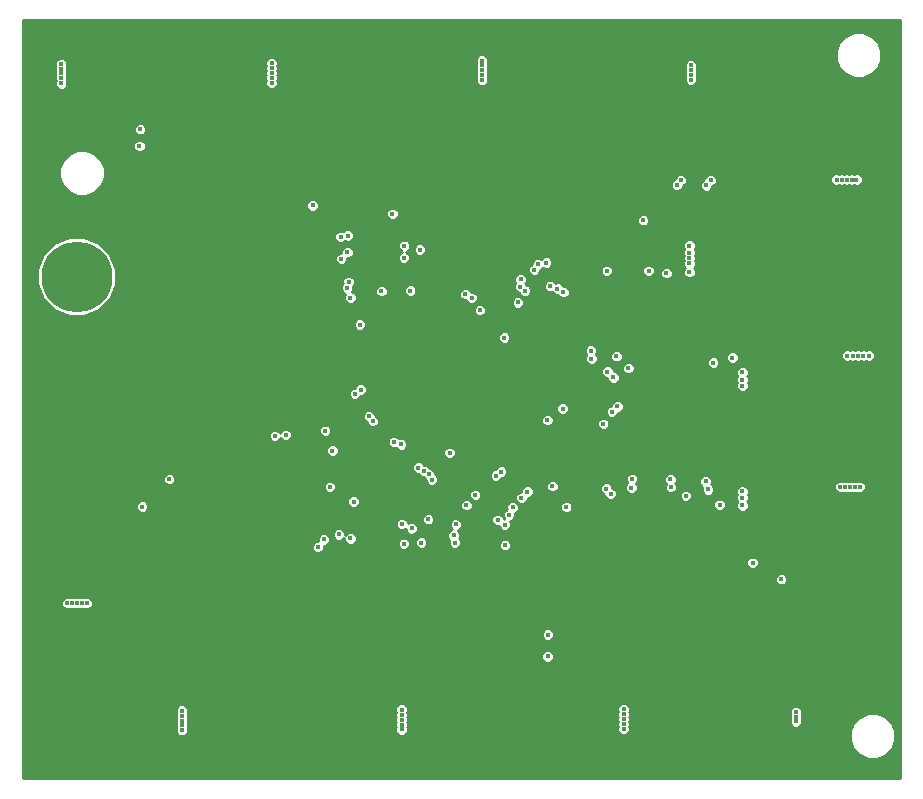
<source format=gbr>
G04 #@! TF.GenerationSoftware,KiCad,Pcbnew,5.0.1-33cea8e~68~ubuntu16.04.1*
G04 #@! TF.CreationDate,2019-02-08T00:52:31-05:00*
G04 #@! TF.ProjectId,SmallKat Jumbo Motherboard,536D616C6C4B6174204A756D626F204D,rev?*
G04 #@! TF.SameCoordinates,Original*
G04 #@! TF.FileFunction,Copper,L3,Inr,Signal*
G04 #@! TF.FilePolarity,Positive*
%FSLAX46Y46*%
G04 Gerber Fmt 4.6, Leading zero omitted, Abs format (unit mm)*
G04 Created by KiCad (PCBNEW 5.0.1-33cea8e~68~ubuntu16.04.1) date Fri 08 Feb 2019 12:52:31 AM EST*
%MOMM*%
%LPD*%
G01*
G04 APERTURE LIST*
G04 #@! TA.AperFunction,ViaPad*
%ADD10C,6.000000*%
G04 #@! TD*
G04 #@! TA.AperFunction,ViaPad*
%ADD11C,0.400000*%
G04 #@! TD*
G04 #@! TA.AperFunction,Conductor*
%ADD12C,0.254000*%
G04 #@! TD*
G04 APERTURE END LIST*
D10*
G04 #@! TO.N,GND*
G04 #@! TO.C,J8*
X4900000Y-29600000D03*
G04 #@! TO.N,+BATT*
X4900000Y-22100000D03*
G04 #@! TD*
D11*
G04 #@! TO.N,GND*
X51206400Y-25298400D03*
X51206400Y-24892000D03*
X51206400Y-24485600D03*
X54844600Y-18040000D03*
X62900000Y-4448100D03*
X62900000Y-4876800D03*
X62900000Y-5283200D03*
X62900000Y-5676900D03*
X56756300Y-25831800D03*
X56756300Y-25425400D03*
X56756300Y-25019000D03*
X54850800Y-27761700D03*
X54850800Y-28168600D03*
X54850800Y-28575000D03*
X59800000Y-59630800D03*
X59800000Y-59166760D03*
X59800000Y-58724800D03*
X70982440Y-15900000D03*
X70551040Y-15900000D03*
X70114160Y-15900000D03*
X69697600Y-15900000D03*
X69291200Y-15900000D03*
X5600000Y-3930080D03*
X5600000Y-4348480D03*
X5600000Y-4770120D03*
X5603240Y-5613400D03*
X5603240Y-5186680D03*
X23405400Y-4719320D03*
X23405400Y-4297680D03*
X23408640Y-5135880D03*
X23405400Y-3879280D03*
X41224200Y-4912360D03*
X41220960Y-4074160D03*
X41220960Y-4495800D03*
X41220960Y-3655760D03*
X70962520Y-41911840D03*
X70124320Y-41915080D03*
X71380920Y-41911840D03*
X70540880Y-41911840D03*
X49209960Y-59293760D03*
X49213200Y-59710320D03*
X49213200Y-60131960D03*
X49213200Y-60550360D03*
X30412120Y-60596080D03*
X30408880Y-59339480D03*
X30412120Y-59756040D03*
X30412120Y-60177680D03*
X11811000Y-59420760D03*
X11814240Y-59837320D03*
X11814240Y-60258960D03*
X11814240Y-60677360D03*
X4348480Y-47750160D03*
X3930080Y-47750160D03*
X4770120Y-47750160D03*
X5186680Y-47746920D03*
X71574920Y-30802840D03*
X71104760Y-30802840D03*
X70662800Y-30802840D03*
X70210680Y-30802840D03*
X69748400Y-30802840D03*
X69336920Y-30802840D03*
X26944320Y-28072080D03*
X46659800Y-16149320D03*
X44648120Y-16154400D03*
X42900600Y-16154400D03*
G04 #@! TO.N,+3V3*
X53327300Y-21628100D03*
X49784000Y-21615400D03*
X70923000Y-13900000D03*
X70510400Y-13900000D03*
X70098920Y-13900000D03*
X69677280Y-13900000D03*
X69255640Y-13900000D03*
X50342800Y-30632400D03*
X49829720Y-30149800D03*
X49489360Y-34584640D03*
X41163240Y-43129200D03*
X26558240Y-36840160D03*
X32369760Y-36306760D03*
X28453080Y-32034480D03*
X28889960Y-26177240D03*
X37810440Y-23586440D03*
X33276858Y-43416538D03*
X71984360Y-28802840D03*
X71501000Y-28802840D03*
X71079360Y-28802840D03*
X70596760Y-28802840D03*
X70129400Y-28802840D03*
G04 #@! TO.N,+BATT*
X3600000Y-5750000D03*
X3596640Y-4089400D03*
X3596640Y-4495800D03*
X3596640Y-4907280D03*
X3596640Y-5313680D03*
X21402040Y-4445000D03*
X21402040Y-4856480D03*
X21402040Y-5262880D03*
X21405400Y-5699200D03*
X21402040Y-4038600D03*
X39217600Y-3815080D03*
X39217600Y-5039360D03*
X39220960Y-5475680D03*
X39217600Y-4632960D03*
X39217600Y-4221480D03*
X70403720Y-39908480D03*
X69997320Y-39908480D03*
X69561000Y-39911840D03*
X70815200Y-39908480D03*
X71221600Y-39908480D03*
X51216560Y-59984640D03*
X51216560Y-59573160D03*
X51216560Y-59166760D03*
X51216560Y-60391040D03*
X51213200Y-58730440D03*
X32415480Y-59212480D03*
X32412120Y-58776160D03*
X32415480Y-60030360D03*
X32415480Y-59618880D03*
X32415480Y-60436760D03*
X13817600Y-59293760D03*
X13814240Y-58857440D03*
X13817600Y-60518040D03*
X13817600Y-59700160D03*
X13817600Y-60111640D03*
X4495800Y-49753520D03*
X4907280Y-49753520D03*
X5750000Y-49750160D03*
X5313680Y-49753520D03*
X4089400Y-49753520D03*
G04 #@! TO.N,SWCLK*
X41097200Y-27264360D03*
X48488600Y-29067760D03*
X51607720Y-29850080D03*
X60416440Y-28960790D03*
G04 #@! TO.N,SWDIO*
X58790840Y-29387800D03*
X50601880Y-28849320D03*
X48442880Y-28371800D03*
X39044880Y-24937720D03*
G04 #@! TO.N,SCK1*
X37002720Y-43093640D03*
X38633400Y-40584120D03*
G04 #@! TO.N,MISO1*
X36921440Y-44632880D03*
X41521062Y-42278618D03*
G04 #@! TO.N,MOSI1*
X36809680Y-44008040D03*
X41818560Y-41656000D03*
X44770040Y-54264560D03*
X44795440Y-52415440D03*
G04 #@! TO.N,SCK4*
X12740640Y-39253160D03*
X10439400Y-41589960D03*
G04 #@! TO.N,MISO4*
X29651960Y-33914080D03*
X22621240Y-35509200D03*
G04 #@! TO.N,MOSI4*
X21681440Y-35595560D03*
X29982160Y-34345880D03*
G04 #@! TO.N,SCK2*
X25323800Y-45008800D03*
X44754800Y-34254440D03*
X59349640Y-41422320D03*
X56479440Y-40670480D03*
G04 #@! TO.N,MISO2*
X34274256Y-38545220D03*
X28083211Y-44269218D03*
X58160920Y-39451280D03*
X55163720Y-39258240D03*
X51932840Y-39227760D03*
X49733200Y-40065960D03*
X43058080Y-40304720D03*
X40838120Y-38618160D03*
X36474400Y-37033200D03*
G04 #@! TO.N,MOSI2*
X27111096Y-43926470D03*
X33815083Y-38286565D03*
X58359040Y-40132000D03*
X55219600Y-39928800D03*
X51861720Y-39974520D03*
X50114200Y-40502840D03*
X42565320Y-40838120D03*
X40402318Y-38964756D03*
G04 #@! TO.N,TX*
X58587640Y-13944600D03*
X56062880Y-13934440D03*
X42865040Y-23296880D03*
X42260520Y-24282400D03*
G04 #@! TO.N,RX*
X58206640Y-14381480D03*
X55717440Y-14351000D03*
G04 #@! TO.N,MOSI3*
X10220960Y-11049000D03*
X10276840Y-9631680D03*
G04 #@! TO.N,MISO6*
X27792680Y-23058120D03*
X27259280Y-18740120D03*
X27299920Y-20614640D03*
G04 #@! TO.N,SCK6*
X27828240Y-20035520D03*
X27934920Y-22550120D03*
G04 #@! TO.N,MOSI6*
X28087320Y-23886160D03*
X27858720Y-18638520D03*
X32628840Y-19497040D03*
G04 #@! TO.N,+5V*
X56900000Y-4220400D03*
X56900000Y-4622800D03*
X56900000Y-5041900D03*
X56900000Y-5448300D03*
X54838600Y-21805900D03*
X52870100Y-17335500D03*
X65800000Y-59764960D03*
X65800000Y-59364880D03*
X65800000Y-58963560D03*
X56774080Y-21727160D03*
X56779160Y-19486880D03*
X56774080Y-20071080D03*
X56774080Y-20518120D03*
X56774080Y-20955000D03*
X65800000Y-59764960D03*
X61259720Y-41483280D03*
X61259720Y-30205680D03*
X61259720Y-40812720D03*
X61259720Y-40299640D03*
X61259720Y-31343600D03*
X61259720Y-30825440D03*
G04 #@! TO.N,CS2*
X25841960Y-44353480D03*
X34716720Y-38831520D03*
G04 #@! TO.N,CS3*
X24871680Y-16078200D03*
X33970278Y-19827558D03*
G04 #@! TO.N,CS1*
X40553640Y-42707560D03*
X41168638Y-44845715D03*
G04 #@! TO.N,CS6_TAIL*
X33147000Y-23296880D03*
X31638240Y-16799560D03*
G04 #@! TO.N,CS6_HEAD*
X32613600Y-20523200D03*
X30708600Y-23342600D03*
G04 #@! TO.N,IMU1_CS*
X32613600Y-44724320D03*
X34655760Y-42651680D03*
G04 #@! TO.N,LED1*
X44653200Y-20919440D03*
X46111160Y-23428960D03*
G04 #@! TO.N,LED2*
X45613320Y-23124160D03*
X43947080Y-21066760D03*
G04 #@! TO.N,LED3*
X43632120Y-21539200D03*
X44978320Y-22910800D03*
G04 #@! TO.N,IMU2_CS*
X64551560Y-47731680D03*
X62133480Y-46334680D03*
X46355000Y-41615360D03*
X45181520Y-39847520D03*
G04 #@! TO.N,MCU_GND*
X37900000Y-41450000D03*
X31750000Y-36100000D03*
X28950000Y-31675000D03*
X38350000Y-23900000D03*
X46050000Y-33275000D03*
X28361640Y-41153080D03*
X26344880Y-39916668D03*
X32437971Y-43051465D03*
X25946100Y-35158390D03*
X34981947Y-39286928D03*
X34076640Y-44632880D03*
G04 #@! TO.N,USB_FS_P*
X50679290Y-33089910D03*
X42489120Y-22341960D03*
G04 #@! TO.N,USB_FS_N*
X50219670Y-33549530D03*
X42455745Y-22964888D03*
G04 #@! TD*
D12*
G04 #@! TO.N,GND*
G36*
X74598000Y-64598000D02*
X402000Y-64598000D01*
X402000Y-58752613D01*
X13287240Y-58752613D01*
X13287240Y-58962267D01*
X13335864Y-59079656D01*
X13290600Y-59188933D01*
X13290600Y-59398587D01*
X13331347Y-59496960D01*
X13290600Y-59595333D01*
X13290600Y-59804987D01*
X13332399Y-59905900D01*
X13290600Y-60006813D01*
X13290600Y-60216467D01*
X13331347Y-60314840D01*
X13290600Y-60413213D01*
X13290600Y-60622867D01*
X13370831Y-60816562D01*
X13519078Y-60964809D01*
X13712773Y-61045040D01*
X13922427Y-61045040D01*
X14116122Y-60964809D01*
X14264369Y-60816562D01*
X14344600Y-60622867D01*
X14344600Y-60413213D01*
X14303853Y-60314840D01*
X14344600Y-60216467D01*
X14344600Y-60006813D01*
X14302801Y-59905900D01*
X14344600Y-59804987D01*
X14344600Y-59595333D01*
X14303853Y-59496960D01*
X14344600Y-59398587D01*
X14344600Y-59188933D01*
X14295976Y-59071544D01*
X14341240Y-58962267D01*
X14341240Y-58752613D01*
X14307573Y-58671333D01*
X31885120Y-58671333D01*
X31885120Y-58880987D01*
X31933744Y-58998376D01*
X31888480Y-59107653D01*
X31888480Y-59317307D01*
X31929227Y-59415680D01*
X31888480Y-59514053D01*
X31888480Y-59723707D01*
X31930279Y-59824620D01*
X31888480Y-59925533D01*
X31888480Y-60135187D01*
X31929227Y-60233560D01*
X31888480Y-60331933D01*
X31888480Y-60541587D01*
X31968711Y-60735282D01*
X32116958Y-60883529D01*
X32310653Y-60963760D01*
X32520307Y-60963760D01*
X32714002Y-60883529D01*
X32862249Y-60735282D01*
X32942480Y-60541587D01*
X32942480Y-60331933D01*
X32901733Y-60233560D01*
X32942480Y-60135187D01*
X32942480Y-59925533D01*
X32900681Y-59824620D01*
X32942480Y-59723707D01*
X32942480Y-59514053D01*
X32901733Y-59415680D01*
X32942480Y-59317307D01*
X32942480Y-59107653D01*
X32893856Y-58990264D01*
X32939120Y-58880987D01*
X32939120Y-58671333D01*
X32920183Y-58625613D01*
X50686200Y-58625613D01*
X50686200Y-58835267D01*
X50734824Y-58952656D01*
X50689560Y-59061933D01*
X50689560Y-59271587D01*
X50730307Y-59369960D01*
X50689560Y-59468333D01*
X50689560Y-59677987D01*
X50731359Y-59778900D01*
X50689560Y-59879813D01*
X50689560Y-60089467D01*
X50730307Y-60187840D01*
X50689560Y-60286213D01*
X50689560Y-60495867D01*
X50769791Y-60689562D01*
X50918038Y-60837809D01*
X51111733Y-60918040D01*
X51321387Y-60918040D01*
X51515082Y-60837809D01*
X51663329Y-60689562D01*
X51693511Y-60616696D01*
X70373000Y-60616696D01*
X70373000Y-61383304D01*
X70666368Y-62091558D01*
X71208442Y-62633632D01*
X71916696Y-62927000D01*
X72683304Y-62927000D01*
X73391558Y-62633632D01*
X73933632Y-62091558D01*
X74227000Y-61383304D01*
X74227000Y-60616696D01*
X73933632Y-59908442D01*
X73391558Y-59366368D01*
X72683304Y-59073000D01*
X71916696Y-59073000D01*
X71208442Y-59366368D01*
X70666368Y-59908442D01*
X70373000Y-60616696D01*
X51693511Y-60616696D01*
X51743560Y-60495867D01*
X51743560Y-60286213D01*
X51702813Y-60187840D01*
X51743560Y-60089467D01*
X51743560Y-59879813D01*
X51701761Y-59778900D01*
X51743560Y-59677987D01*
X51743560Y-59468333D01*
X51702813Y-59369960D01*
X51743560Y-59271587D01*
X51743560Y-59061933D01*
X51694936Y-58944544D01*
X51730480Y-58858733D01*
X65273000Y-58858733D01*
X65273000Y-59068387D01*
X65312695Y-59164220D01*
X65273000Y-59260053D01*
X65273000Y-59469707D01*
X65312438Y-59564920D01*
X65273000Y-59660133D01*
X65273000Y-59869787D01*
X65353231Y-60063482D01*
X65501478Y-60211729D01*
X65695173Y-60291960D01*
X65904827Y-60291960D01*
X66098522Y-60211729D01*
X66246769Y-60063482D01*
X66327000Y-59869787D01*
X66327000Y-59660133D01*
X66287562Y-59564920D01*
X66327000Y-59469707D01*
X66327000Y-59260053D01*
X66287305Y-59164220D01*
X66327000Y-59068387D01*
X66327000Y-58858733D01*
X66246769Y-58665038D01*
X66098522Y-58516791D01*
X65904827Y-58436560D01*
X65695173Y-58436560D01*
X65501478Y-58516791D01*
X65353231Y-58665038D01*
X65273000Y-58858733D01*
X51730480Y-58858733D01*
X51740200Y-58835267D01*
X51740200Y-58625613D01*
X51659969Y-58431918D01*
X51511722Y-58283671D01*
X51318027Y-58203440D01*
X51108373Y-58203440D01*
X50914678Y-58283671D01*
X50766431Y-58431918D01*
X50686200Y-58625613D01*
X32920183Y-58625613D01*
X32858889Y-58477638D01*
X32710642Y-58329391D01*
X32516947Y-58249160D01*
X32307293Y-58249160D01*
X32113598Y-58329391D01*
X31965351Y-58477638D01*
X31885120Y-58671333D01*
X14307573Y-58671333D01*
X14261009Y-58558918D01*
X14112762Y-58410671D01*
X13919067Y-58330440D01*
X13709413Y-58330440D01*
X13515718Y-58410671D01*
X13367471Y-58558918D01*
X13287240Y-58752613D01*
X402000Y-58752613D01*
X402000Y-54159733D01*
X44243040Y-54159733D01*
X44243040Y-54369387D01*
X44323271Y-54563082D01*
X44471518Y-54711329D01*
X44665213Y-54791560D01*
X44874867Y-54791560D01*
X45068562Y-54711329D01*
X45216809Y-54563082D01*
X45297040Y-54369387D01*
X45297040Y-54159733D01*
X45216809Y-53966038D01*
X45068562Y-53817791D01*
X44874867Y-53737560D01*
X44665213Y-53737560D01*
X44471518Y-53817791D01*
X44323271Y-53966038D01*
X44243040Y-54159733D01*
X402000Y-54159733D01*
X402000Y-52310613D01*
X44268440Y-52310613D01*
X44268440Y-52520267D01*
X44348671Y-52713962D01*
X44496918Y-52862209D01*
X44690613Y-52942440D01*
X44900267Y-52942440D01*
X45093962Y-52862209D01*
X45242209Y-52713962D01*
X45322440Y-52520267D01*
X45322440Y-52310613D01*
X45242209Y-52116918D01*
X45093962Y-51968671D01*
X44900267Y-51888440D01*
X44690613Y-51888440D01*
X44496918Y-51968671D01*
X44348671Y-52116918D01*
X44268440Y-52310613D01*
X402000Y-52310613D01*
X402000Y-49648693D01*
X3562400Y-49648693D01*
X3562400Y-49858347D01*
X3642631Y-50052042D01*
X3790878Y-50200289D01*
X3984573Y-50280520D01*
X4194227Y-50280520D01*
X4292600Y-50239773D01*
X4390973Y-50280520D01*
X4600627Y-50280520D01*
X4701540Y-50238721D01*
X4802453Y-50280520D01*
X5012107Y-50280520D01*
X5110480Y-50239773D01*
X5208853Y-50280520D01*
X5418507Y-50280520D01*
X5535896Y-50231896D01*
X5645173Y-50277160D01*
X5854827Y-50277160D01*
X6048522Y-50196929D01*
X6196769Y-50048682D01*
X6277000Y-49854987D01*
X6277000Y-49645333D01*
X6196769Y-49451638D01*
X6048522Y-49303391D01*
X5854827Y-49223160D01*
X5645173Y-49223160D01*
X5527784Y-49271784D01*
X5418507Y-49226520D01*
X5208853Y-49226520D01*
X5110480Y-49267267D01*
X5012107Y-49226520D01*
X4802453Y-49226520D01*
X4701540Y-49268319D01*
X4600627Y-49226520D01*
X4390973Y-49226520D01*
X4292600Y-49267267D01*
X4194227Y-49226520D01*
X3984573Y-49226520D01*
X3790878Y-49306751D01*
X3642631Y-49454998D01*
X3562400Y-49648693D01*
X402000Y-49648693D01*
X402000Y-47626853D01*
X64024560Y-47626853D01*
X64024560Y-47836507D01*
X64104791Y-48030202D01*
X64253038Y-48178449D01*
X64446733Y-48258680D01*
X64656387Y-48258680D01*
X64850082Y-48178449D01*
X64998329Y-48030202D01*
X65078560Y-47836507D01*
X65078560Y-47626853D01*
X64998329Y-47433158D01*
X64850082Y-47284911D01*
X64656387Y-47204680D01*
X64446733Y-47204680D01*
X64253038Y-47284911D01*
X64104791Y-47433158D01*
X64024560Y-47626853D01*
X402000Y-47626853D01*
X402000Y-46229853D01*
X61606480Y-46229853D01*
X61606480Y-46439507D01*
X61686711Y-46633202D01*
X61834958Y-46781449D01*
X62028653Y-46861680D01*
X62238307Y-46861680D01*
X62432002Y-46781449D01*
X62580249Y-46633202D01*
X62660480Y-46439507D01*
X62660480Y-46229853D01*
X62580249Y-46036158D01*
X62432002Y-45887911D01*
X62238307Y-45807680D01*
X62028653Y-45807680D01*
X61834958Y-45887911D01*
X61686711Y-46036158D01*
X61606480Y-46229853D01*
X402000Y-46229853D01*
X402000Y-44903973D01*
X24796800Y-44903973D01*
X24796800Y-45113627D01*
X24877031Y-45307322D01*
X25025278Y-45455569D01*
X25218973Y-45535800D01*
X25428627Y-45535800D01*
X25622322Y-45455569D01*
X25770569Y-45307322D01*
X25850800Y-45113627D01*
X25850800Y-44903973D01*
X25841069Y-44880480D01*
X25946787Y-44880480D01*
X26140482Y-44800249D01*
X26288729Y-44652002D01*
X26368960Y-44458307D01*
X26368960Y-44248653D01*
X26288729Y-44054958D01*
X26140482Y-43906711D01*
X25946787Y-43826480D01*
X25737133Y-43826480D01*
X25543438Y-43906711D01*
X25395191Y-44054958D01*
X25314960Y-44248653D01*
X25314960Y-44458307D01*
X25324691Y-44481800D01*
X25218973Y-44481800D01*
X25025278Y-44562031D01*
X24877031Y-44710278D01*
X24796800Y-44903973D01*
X402000Y-44903973D01*
X402000Y-43821643D01*
X26584096Y-43821643D01*
X26584096Y-44031297D01*
X26664327Y-44224992D01*
X26812574Y-44373239D01*
X27006269Y-44453470D01*
X27215923Y-44453470D01*
X27409618Y-44373239D01*
X27556211Y-44226646D01*
X27556211Y-44374045D01*
X27636442Y-44567740D01*
X27784689Y-44715987D01*
X27978384Y-44796218D01*
X28188038Y-44796218D01*
X28381733Y-44715987D01*
X28478227Y-44619493D01*
X32086600Y-44619493D01*
X32086600Y-44829147D01*
X32166831Y-45022842D01*
X32315078Y-45171089D01*
X32508773Y-45251320D01*
X32718427Y-45251320D01*
X32912122Y-45171089D01*
X33060369Y-45022842D01*
X33140600Y-44829147D01*
X33140600Y-44619493D01*
X33102725Y-44528053D01*
X33549640Y-44528053D01*
X33549640Y-44737707D01*
X33629871Y-44931402D01*
X33778118Y-45079649D01*
X33971813Y-45159880D01*
X34181467Y-45159880D01*
X34375162Y-45079649D01*
X34523409Y-44931402D01*
X34603640Y-44737707D01*
X34603640Y-44528053D01*
X34523409Y-44334358D01*
X34375162Y-44186111D01*
X34181467Y-44105880D01*
X33971813Y-44105880D01*
X33778118Y-44186111D01*
X33629871Y-44334358D01*
X33549640Y-44528053D01*
X33102725Y-44528053D01*
X33060369Y-44425798D01*
X32912122Y-44277551D01*
X32718427Y-44197320D01*
X32508773Y-44197320D01*
X32315078Y-44277551D01*
X32166831Y-44425798D01*
X32086600Y-44619493D01*
X28478227Y-44619493D01*
X28529980Y-44567740D01*
X28610211Y-44374045D01*
X28610211Y-44164391D01*
X28529980Y-43970696D01*
X28381733Y-43822449D01*
X28188038Y-43742218D01*
X27978384Y-43742218D01*
X27784689Y-43822449D01*
X27638096Y-43969042D01*
X27638096Y-43821643D01*
X27557865Y-43627948D01*
X27409618Y-43479701D01*
X27215923Y-43399470D01*
X27006269Y-43399470D01*
X26812574Y-43479701D01*
X26664327Y-43627948D01*
X26584096Y-43821643D01*
X402000Y-43821643D01*
X402000Y-42946638D01*
X31910971Y-42946638D01*
X31910971Y-43156292D01*
X31991202Y-43349987D01*
X32139449Y-43498234D01*
X32333144Y-43578465D01*
X32542798Y-43578465D01*
X32736493Y-43498234D01*
X32749858Y-43484869D01*
X32749858Y-43521365D01*
X32830089Y-43715060D01*
X32978336Y-43863307D01*
X33172031Y-43943538D01*
X33381685Y-43943538D01*
X33479038Y-43903213D01*
X36282680Y-43903213D01*
X36282680Y-44112867D01*
X36362911Y-44306562D01*
X36450079Y-44393730D01*
X36394440Y-44528053D01*
X36394440Y-44737707D01*
X36474671Y-44931402D01*
X36622918Y-45079649D01*
X36816613Y-45159880D01*
X37026267Y-45159880D01*
X37219962Y-45079649D01*
X37368209Y-44931402D01*
X37447122Y-44740888D01*
X40641638Y-44740888D01*
X40641638Y-44950542D01*
X40721869Y-45144237D01*
X40870116Y-45292484D01*
X41063811Y-45372715D01*
X41273465Y-45372715D01*
X41467160Y-45292484D01*
X41615407Y-45144237D01*
X41695638Y-44950542D01*
X41695638Y-44740888D01*
X41615407Y-44547193D01*
X41467160Y-44398946D01*
X41273465Y-44318715D01*
X41063811Y-44318715D01*
X40870116Y-44398946D01*
X40721869Y-44547193D01*
X40641638Y-44740888D01*
X37447122Y-44740888D01*
X37448440Y-44737707D01*
X37448440Y-44528053D01*
X37368209Y-44334358D01*
X37281041Y-44247190D01*
X37336680Y-44112867D01*
X37336680Y-43903213D01*
X37256449Y-43709518D01*
X37149990Y-43603059D01*
X37301242Y-43540409D01*
X37449489Y-43392162D01*
X37529720Y-43198467D01*
X37529720Y-42988813D01*
X37449489Y-42795118D01*
X37301242Y-42646871D01*
X37194684Y-42602733D01*
X40026640Y-42602733D01*
X40026640Y-42812387D01*
X40106871Y-43006082D01*
X40255118Y-43154329D01*
X40448813Y-43234560D01*
X40636461Y-43234560D01*
X40716471Y-43427722D01*
X40864718Y-43575969D01*
X41058413Y-43656200D01*
X41268067Y-43656200D01*
X41461762Y-43575969D01*
X41610009Y-43427722D01*
X41690240Y-43234027D01*
X41690240Y-43024373D01*
X41610009Y-42830678D01*
X41584949Y-42805618D01*
X41625889Y-42805618D01*
X41819584Y-42725387D01*
X41967831Y-42577140D01*
X42048062Y-42383445D01*
X42048062Y-42173791D01*
X42033060Y-42137572D01*
X42117082Y-42102769D01*
X42265329Y-41954522D01*
X42345560Y-41760827D01*
X42345560Y-41551173D01*
X42328727Y-41510533D01*
X45828000Y-41510533D01*
X45828000Y-41720187D01*
X45908231Y-41913882D01*
X46056478Y-42062129D01*
X46250173Y-42142360D01*
X46459827Y-42142360D01*
X46653522Y-42062129D01*
X46801769Y-41913882D01*
X46882000Y-41720187D01*
X46882000Y-41510533D01*
X46802041Y-41317493D01*
X58822640Y-41317493D01*
X58822640Y-41527147D01*
X58902871Y-41720842D01*
X59051118Y-41869089D01*
X59244813Y-41949320D01*
X59454467Y-41949320D01*
X59648162Y-41869089D01*
X59796409Y-41720842D01*
X59876640Y-41527147D01*
X59876640Y-41317493D01*
X59796409Y-41123798D01*
X59648162Y-40975551D01*
X59454467Y-40895320D01*
X59244813Y-40895320D01*
X59051118Y-40975551D01*
X58902871Y-41123798D01*
X58822640Y-41317493D01*
X46802041Y-41317493D01*
X46801769Y-41316838D01*
X46653522Y-41168591D01*
X46459827Y-41088360D01*
X46250173Y-41088360D01*
X46056478Y-41168591D01*
X45908231Y-41316838D01*
X45828000Y-41510533D01*
X42328727Y-41510533D01*
X42265329Y-41357478D01*
X42117082Y-41209231D01*
X41923387Y-41129000D01*
X41713733Y-41129000D01*
X41520038Y-41209231D01*
X41371791Y-41357478D01*
X41291560Y-41551173D01*
X41291560Y-41760827D01*
X41306562Y-41797046D01*
X41222540Y-41831849D01*
X41074293Y-41980096D01*
X40994062Y-42173791D01*
X40994062Y-42383445D01*
X41074293Y-42577140D01*
X41099353Y-42602200D01*
X41080419Y-42602200D01*
X41000409Y-42409038D01*
X40852162Y-42260791D01*
X40658467Y-42180560D01*
X40448813Y-42180560D01*
X40255118Y-42260791D01*
X40106871Y-42409038D01*
X40026640Y-42602733D01*
X37194684Y-42602733D01*
X37107547Y-42566640D01*
X36897893Y-42566640D01*
X36704198Y-42646871D01*
X36555951Y-42795118D01*
X36475720Y-42988813D01*
X36475720Y-43198467D01*
X36555951Y-43392162D01*
X36662410Y-43498621D01*
X36511158Y-43561271D01*
X36362911Y-43709518D01*
X36282680Y-43903213D01*
X33479038Y-43903213D01*
X33575380Y-43863307D01*
X33723627Y-43715060D01*
X33803858Y-43521365D01*
X33803858Y-43311711D01*
X33723627Y-43118016D01*
X33575380Y-42969769D01*
X33381685Y-42889538D01*
X33172031Y-42889538D01*
X32978336Y-42969769D01*
X32964971Y-42983134D01*
X32964971Y-42946638D01*
X32884740Y-42752943D01*
X32736493Y-42604696D01*
X32596848Y-42546853D01*
X34128760Y-42546853D01*
X34128760Y-42756507D01*
X34208991Y-42950202D01*
X34357238Y-43098449D01*
X34550933Y-43178680D01*
X34760587Y-43178680D01*
X34954282Y-43098449D01*
X35102529Y-42950202D01*
X35182760Y-42756507D01*
X35182760Y-42546853D01*
X35102529Y-42353158D01*
X34954282Y-42204911D01*
X34760587Y-42124680D01*
X34550933Y-42124680D01*
X34357238Y-42204911D01*
X34208991Y-42353158D01*
X34128760Y-42546853D01*
X32596848Y-42546853D01*
X32542798Y-42524465D01*
X32333144Y-42524465D01*
X32139449Y-42604696D01*
X31991202Y-42752943D01*
X31910971Y-42946638D01*
X402000Y-42946638D01*
X402000Y-41485133D01*
X9912400Y-41485133D01*
X9912400Y-41694787D01*
X9992631Y-41888482D01*
X10140878Y-42036729D01*
X10334573Y-42116960D01*
X10544227Y-42116960D01*
X10737922Y-42036729D01*
X10886169Y-41888482D01*
X10966400Y-41694787D01*
X10966400Y-41485133D01*
X10886169Y-41291438D01*
X10737922Y-41143191D01*
X10544227Y-41062960D01*
X10334573Y-41062960D01*
X10140878Y-41143191D01*
X9992631Y-41291438D01*
X9912400Y-41485133D01*
X402000Y-41485133D01*
X402000Y-41048253D01*
X27834640Y-41048253D01*
X27834640Y-41257907D01*
X27914871Y-41451602D01*
X28063118Y-41599849D01*
X28256813Y-41680080D01*
X28466467Y-41680080D01*
X28660162Y-41599849D01*
X28808409Y-41451602D01*
X28852493Y-41345173D01*
X37373000Y-41345173D01*
X37373000Y-41554827D01*
X37453231Y-41748522D01*
X37601478Y-41896769D01*
X37795173Y-41977000D01*
X38004827Y-41977000D01*
X38198522Y-41896769D01*
X38346769Y-41748522D01*
X38427000Y-41554827D01*
X38427000Y-41345173D01*
X38346769Y-41151478D01*
X38198522Y-41003231D01*
X38004827Y-40923000D01*
X37795173Y-40923000D01*
X37601478Y-41003231D01*
X37453231Y-41151478D01*
X37373000Y-41345173D01*
X28852493Y-41345173D01*
X28888640Y-41257907D01*
X28888640Y-41048253D01*
X28808409Y-40854558D01*
X28660162Y-40706311D01*
X28466467Y-40626080D01*
X28256813Y-40626080D01*
X28063118Y-40706311D01*
X27914871Y-40854558D01*
X27834640Y-41048253D01*
X402000Y-41048253D01*
X402000Y-40479293D01*
X38106400Y-40479293D01*
X38106400Y-40688947D01*
X38186631Y-40882642D01*
X38334878Y-41030889D01*
X38528573Y-41111120D01*
X38738227Y-41111120D01*
X38931922Y-41030889D01*
X39080169Y-40882642D01*
X39142031Y-40733293D01*
X42038320Y-40733293D01*
X42038320Y-40942947D01*
X42118551Y-41136642D01*
X42266798Y-41284889D01*
X42460493Y-41365120D01*
X42670147Y-41365120D01*
X42863842Y-41284889D01*
X43012089Y-41136642D01*
X43092320Y-40942947D01*
X43092320Y-40831720D01*
X43162907Y-40831720D01*
X43356602Y-40751489D01*
X43504849Y-40603242D01*
X43585080Y-40409547D01*
X43585080Y-40199893D01*
X43504849Y-40006198D01*
X43356602Y-39857951D01*
X43162907Y-39777720D01*
X42953253Y-39777720D01*
X42759558Y-39857951D01*
X42611311Y-40006198D01*
X42531080Y-40199893D01*
X42531080Y-40311120D01*
X42460493Y-40311120D01*
X42266798Y-40391351D01*
X42118551Y-40539598D01*
X42038320Y-40733293D01*
X39142031Y-40733293D01*
X39160400Y-40688947D01*
X39160400Y-40479293D01*
X39080169Y-40285598D01*
X38931922Y-40137351D01*
X38738227Y-40057120D01*
X38528573Y-40057120D01*
X38334878Y-40137351D01*
X38186631Y-40285598D01*
X38106400Y-40479293D01*
X402000Y-40479293D01*
X402000Y-39811841D01*
X25817880Y-39811841D01*
X25817880Y-40021495D01*
X25898111Y-40215190D01*
X26046358Y-40363437D01*
X26240053Y-40443668D01*
X26449707Y-40443668D01*
X26643402Y-40363437D01*
X26791649Y-40215190D01*
X26871880Y-40021495D01*
X26871880Y-39811841D01*
X26791649Y-39618146D01*
X26643402Y-39469899D01*
X26449707Y-39389668D01*
X26240053Y-39389668D01*
X26046358Y-39469899D01*
X25898111Y-39618146D01*
X25817880Y-39811841D01*
X402000Y-39811841D01*
X402000Y-39148333D01*
X12213640Y-39148333D01*
X12213640Y-39357987D01*
X12293871Y-39551682D01*
X12442118Y-39699929D01*
X12635813Y-39780160D01*
X12845467Y-39780160D01*
X13039162Y-39699929D01*
X13187409Y-39551682D01*
X13267640Y-39357987D01*
X13267640Y-39148333D01*
X13187409Y-38954638D01*
X13039162Y-38806391D01*
X12845467Y-38726160D01*
X12635813Y-38726160D01*
X12442118Y-38806391D01*
X12293871Y-38954638D01*
X12213640Y-39148333D01*
X402000Y-39148333D01*
X402000Y-38181738D01*
X33288083Y-38181738D01*
X33288083Y-38391392D01*
X33368314Y-38585087D01*
X33516561Y-38733334D01*
X33710256Y-38813565D01*
X33814987Y-38813565D01*
X33827487Y-38843742D01*
X33975734Y-38991989D01*
X34169429Y-39072220D01*
X34246000Y-39072220D01*
X34269951Y-39130042D01*
X34418198Y-39278289D01*
X34454947Y-39293511D01*
X34454947Y-39391755D01*
X34535178Y-39585450D01*
X34683425Y-39733697D01*
X34877120Y-39813928D01*
X35086774Y-39813928D01*
X35258750Y-39742693D01*
X44654520Y-39742693D01*
X44654520Y-39952347D01*
X44734751Y-40146042D01*
X44882998Y-40294289D01*
X45076693Y-40374520D01*
X45286347Y-40374520D01*
X45480042Y-40294289D01*
X45628289Y-40146042D01*
X45704880Y-39961133D01*
X49206200Y-39961133D01*
X49206200Y-40170787D01*
X49286431Y-40364482D01*
X49434678Y-40512729D01*
X49587200Y-40575906D01*
X49587200Y-40607667D01*
X49667431Y-40801362D01*
X49815678Y-40949609D01*
X50009373Y-41029840D01*
X50219027Y-41029840D01*
X50412722Y-40949609D01*
X50560969Y-40801362D01*
X50641200Y-40607667D01*
X50641200Y-40565653D01*
X55952440Y-40565653D01*
X55952440Y-40775307D01*
X56032671Y-40969002D01*
X56180918Y-41117249D01*
X56374613Y-41197480D01*
X56584267Y-41197480D01*
X56777962Y-41117249D01*
X56926209Y-40969002D01*
X57006440Y-40775307D01*
X57006440Y-40565653D01*
X56926209Y-40371958D01*
X56777962Y-40223711D01*
X56584267Y-40143480D01*
X56374613Y-40143480D01*
X56180918Y-40223711D01*
X56032671Y-40371958D01*
X55952440Y-40565653D01*
X50641200Y-40565653D01*
X50641200Y-40398013D01*
X50560969Y-40204318D01*
X50412722Y-40056071D01*
X50260200Y-39992894D01*
X50260200Y-39961133D01*
X50222325Y-39869693D01*
X51334720Y-39869693D01*
X51334720Y-40079347D01*
X51414951Y-40273042D01*
X51563198Y-40421289D01*
X51756893Y-40501520D01*
X51966547Y-40501520D01*
X52160242Y-40421289D01*
X52308489Y-40273042D01*
X52388720Y-40079347D01*
X52388720Y-39869693D01*
X52308489Y-39675998D01*
X52269191Y-39636700D01*
X52379609Y-39526282D01*
X52459840Y-39332587D01*
X52459840Y-39153413D01*
X54636720Y-39153413D01*
X54636720Y-39363067D01*
X54716951Y-39556762D01*
X54781649Y-39621460D01*
X54772831Y-39630278D01*
X54692600Y-39823973D01*
X54692600Y-40033627D01*
X54772831Y-40227322D01*
X54921078Y-40375569D01*
X55114773Y-40455800D01*
X55324427Y-40455800D01*
X55518122Y-40375569D01*
X55666369Y-40227322D01*
X55746600Y-40033627D01*
X55746600Y-39823973D01*
X55666369Y-39630278D01*
X55601671Y-39565580D01*
X55610489Y-39556762D01*
X55690720Y-39363067D01*
X55690720Y-39346453D01*
X57633920Y-39346453D01*
X57633920Y-39556107D01*
X57714151Y-39749802D01*
X57862398Y-39898049D01*
X57882138Y-39906226D01*
X57832040Y-40027173D01*
X57832040Y-40236827D01*
X57912271Y-40430522D01*
X58060518Y-40578769D01*
X58254213Y-40659000D01*
X58463867Y-40659000D01*
X58657562Y-40578769D01*
X58805809Y-40430522D01*
X58886040Y-40236827D01*
X58886040Y-40194813D01*
X60732720Y-40194813D01*
X60732720Y-40404467D01*
X60795562Y-40556180D01*
X60732720Y-40707893D01*
X60732720Y-40917547D01*
X60812951Y-41111242D01*
X60849709Y-41148000D01*
X60812951Y-41184758D01*
X60732720Y-41378453D01*
X60732720Y-41588107D01*
X60812951Y-41781802D01*
X60961198Y-41930049D01*
X61154893Y-42010280D01*
X61364547Y-42010280D01*
X61558242Y-41930049D01*
X61706489Y-41781802D01*
X61786720Y-41588107D01*
X61786720Y-41378453D01*
X61706489Y-41184758D01*
X61669731Y-41148000D01*
X61706489Y-41111242D01*
X61786720Y-40917547D01*
X61786720Y-40707893D01*
X61723878Y-40556180D01*
X61786720Y-40404467D01*
X61786720Y-40194813D01*
X61706489Y-40001118D01*
X61558242Y-39852871D01*
X61447531Y-39807013D01*
X69034000Y-39807013D01*
X69034000Y-40016667D01*
X69114231Y-40210362D01*
X69262478Y-40358609D01*
X69456173Y-40438840D01*
X69665827Y-40438840D01*
X69783216Y-40390216D01*
X69892493Y-40435480D01*
X70102147Y-40435480D01*
X70200520Y-40394733D01*
X70298893Y-40435480D01*
X70508547Y-40435480D01*
X70609460Y-40393681D01*
X70710373Y-40435480D01*
X70920027Y-40435480D01*
X71018400Y-40394733D01*
X71116773Y-40435480D01*
X71326427Y-40435480D01*
X71520122Y-40355249D01*
X71668369Y-40207002D01*
X71748600Y-40013307D01*
X71748600Y-39803653D01*
X71668369Y-39609958D01*
X71520122Y-39461711D01*
X71326427Y-39381480D01*
X71116773Y-39381480D01*
X71018400Y-39422227D01*
X70920027Y-39381480D01*
X70710373Y-39381480D01*
X70609460Y-39423279D01*
X70508547Y-39381480D01*
X70298893Y-39381480D01*
X70200520Y-39422227D01*
X70102147Y-39381480D01*
X69892493Y-39381480D01*
X69775104Y-39430104D01*
X69665827Y-39384840D01*
X69456173Y-39384840D01*
X69262478Y-39465071D01*
X69114231Y-39613318D01*
X69034000Y-39807013D01*
X61447531Y-39807013D01*
X61364547Y-39772640D01*
X61154893Y-39772640D01*
X60961198Y-39852871D01*
X60812951Y-40001118D01*
X60732720Y-40194813D01*
X58886040Y-40194813D01*
X58886040Y-40027173D01*
X58805809Y-39833478D01*
X58657562Y-39685231D01*
X58637822Y-39677054D01*
X58687920Y-39556107D01*
X58687920Y-39346453D01*
X58607689Y-39152758D01*
X58459442Y-39004511D01*
X58265747Y-38924280D01*
X58056093Y-38924280D01*
X57862398Y-39004511D01*
X57714151Y-39152758D01*
X57633920Y-39346453D01*
X55690720Y-39346453D01*
X55690720Y-39153413D01*
X55610489Y-38959718D01*
X55462242Y-38811471D01*
X55268547Y-38731240D01*
X55058893Y-38731240D01*
X54865198Y-38811471D01*
X54716951Y-38959718D01*
X54636720Y-39153413D01*
X52459840Y-39153413D01*
X52459840Y-39122933D01*
X52379609Y-38929238D01*
X52231362Y-38780991D01*
X52037667Y-38700760D01*
X51828013Y-38700760D01*
X51634318Y-38780991D01*
X51486071Y-38929238D01*
X51405840Y-39122933D01*
X51405840Y-39332587D01*
X51486071Y-39526282D01*
X51525369Y-39565580D01*
X51414951Y-39675998D01*
X51334720Y-39869693D01*
X50222325Y-39869693D01*
X50179969Y-39767438D01*
X50031722Y-39619191D01*
X49838027Y-39538960D01*
X49628373Y-39538960D01*
X49434678Y-39619191D01*
X49286431Y-39767438D01*
X49206200Y-39961133D01*
X45704880Y-39961133D01*
X45708520Y-39952347D01*
X45708520Y-39742693D01*
X45628289Y-39548998D01*
X45480042Y-39400751D01*
X45286347Y-39320520D01*
X45076693Y-39320520D01*
X44882998Y-39400751D01*
X44734751Y-39548998D01*
X44654520Y-39742693D01*
X35258750Y-39742693D01*
X35280469Y-39733697D01*
X35428716Y-39585450D01*
X35508947Y-39391755D01*
X35508947Y-39182101D01*
X35428716Y-38988406D01*
X35300239Y-38859929D01*
X39875318Y-38859929D01*
X39875318Y-39069583D01*
X39955549Y-39263278D01*
X40103796Y-39411525D01*
X40297491Y-39491756D01*
X40507145Y-39491756D01*
X40700840Y-39411525D01*
X40849087Y-39263278D01*
X40898013Y-39145160D01*
X40942947Y-39145160D01*
X41136642Y-39064929D01*
X41284889Y-38916682D01*
X41365120Y-38722987D01*
X41365120Y-38513333D01*
X41284889Y-38319638D01*
X41136642Y-38171391D01*
X40942947Y-38091160D01*
X40733293Y-38091160D01*
X40539598Y-38171391D01*
X40391351Y-38319638D01*
X40342425Y-38437756D01*
X40297491Y-38437756D01*
X40103796Y-38517987D01*
X39955549Y-38666234D01*
X39875318Y-38859929D01*
X35300239Y-38859929D01*
X35280469Y-38840159D01*
X35243720Y-38824937D01*
X35243720Y-38726693D01*
X35163489Y-38532998D01*
X35015242Y-38384751D01*
X34821547Y-38304520D01*
X34744976Y-38304520D01*
X34721025Y-38246698D01*
X34572778Y-38098451D01*
X34379083Y-38018220D01*
X34274352Y-38018220D01*
X34261852Y-37988043D01*
X34113605Y-37839796D01*
X33919910Y-37759565D01*
X33710256Y-37759565D01*
X33516561Y-37839796D01*
X33368314Y-37988043D01*
X33288083Y-38181738D01*
X402000Y-38181738D01*
X402000Y-36735333D01*
X26031240Y-36735333D01*
X26031240Y-36944987D01*
X26111471Y-37138682D01*
X26259718Y-37286929D01*
X26453413Y-37367160D01*
X26663067Y-37367160D01*
X26856762Y-37286929D01*
X27005009Y-37138682D01*
X27085240Y-36944987D01*
X27085240Y-36928373D01*
X35947400Y-36928373D01*
X35947400Y-37138027D01*
X36027631Y-37331722D01*
X36175878Y-37479969D01*
X36369573Y-37560200D01*
X36579227Y-37560200D01*
X36772922Y-37479969D01*
X36921169Y-37331722D01*
X37001400Y-37138027D01*
X37001400Y-36928373D01*
X36921169Y-36734678D01*
X36772922Y-36586431D01*
X36579227Y-36506200D01*
X36369573Y-36506200D01*
X36175878Y-36586431D01*
X36027631Y-36734678D01*
X35947400Y-36928373D01*
X27085240Y-36928373D01*
X27085240Y-36735333D01*
X27005009Y-36541638D01*
X26856762Y-36393391D01*
X26663067Y-36313160D01*
X26453413Y-36313160D01*
X26259718Y-36393391D01*
X26111471Y-36541638D01*
X26031240Y-36735333D01*
X402000Y-36735333D01*
X402000Y-35490733D01*
X21154440Y-35490733D01*
X21154440Y-35700387D01*
X21234671Y-35894082D01*
X21382918Y-36042329D01*
X21576613Y-36122560D01*
X21786267Y-36122560D01*
X21979962Y-36042329D01*
X22128209Y-35894082D01*
X22169226Y-35795059D01*
X22174471Y-35807722D01*
X22322718Y-35955969D01*
X22516413Y-36036200D01*
X22726067Y-36036200D01*
X22825115Y-35995173D01*
X31223000Y-35995173D01*
X31223000Y-36204827D01*
X31303231Y-36398522D01*
X31451478Y-36546769D01*
X31645173Y-36627000D01*
X31854827Y-36627000D01*
X31920687Y-36599720D01*
X31922991Y-36605282D01*
X32071238Y-36753529D01*
X32264933Y-36833760D01*
X32474587Y-36833760D01*
X32668282Y-36753529D01*
X32816529Y-36605282D01*
X32896760Y-36411587D01*
X32896760Y-36201933D01*
X32816529Y-36008238D01*
X32668282Y-35859991D01*
X32474587Y-35779760D01*
X32264933Y-35779760D01*
X32199073Y-35807040D01*
X32196769Y-35801478D01*
X32048522Y-35653231D01*
X31854827Y-35573000D01*
X31645173Y-35573000D01*
X31451478Y-35653231D01*
X31303231Y-35801478D01*
X31223000Y-35995173D01*
X22825115Y-35995173D01*
X22919762Y-35955969D01*
X23068009Y-35807722D01*
X23148240Y-35614027D01*
X23148240Y-35404373D01*
X23068009Y-35210678D01*
X22919762Y-35062431D01*
X22898353Y-35053563D01*
X25419100Y-35053563D01*
X25419100Y-35263217D01*
X25499331Y-35456912D01*
X25647578Y-35605159D01*
X25841273Y-35685390D01*
X26050927Y-35685390D01*
X26244622Y-35605159D01*
X26392869Y-35456912D01*
X26473100Y-35263217D01*
X26473100Y-35053563D01*
X26392869Y-34859868D01*
X26244622Y-34711621D01*
X26050927Y-34631390D01*
X25841273Y-34631390D01*
X25647578Y-34711621D01*
X25499331Y-34859868D01*
X25419100Y-35053563D01*
X22898353Y-35053563D01*
X22726067Y-34982200D01*
X22516413Y-34982200D01*
X22322718Y-35062431D01*
X22174471Y-35210678D01*
X22133454Y-35309701D01*
X22128209Y-35297038D01*
X21979962Y-35148791D01*
X21786267Y-35068560D01*
X21576613Y-35068560D01*
X21382918Y-35148791D01*
X21234671Y-35297038D01*
X21154440Y-35490733D01*
X402000Y-35490733D01*
X402000Y-33809253D01*
X29124960Y-33809253D01*
X29124960Y-34018907D01*
X29205191Y-34212602D01*
X29353438Y-34360849D01*
X29455160Y-34402984D01*
X29455160Y-34450707D01*
X29535391Y-34644402D01*
X29683638Y-34792649D01*
X29877333Y-34872880D01*
X30086987Y-34872880D01*
X30280682Y-34792649D01*
X30428929Y-34644402D01*
X30509160Y-34450707D01*
X30509160Y-34241053D01*
X30471285Y-34149613D01*
X44227800Y-34149613D01*
X44227800Y-34359267D01*
X44308031Y-34552962D01*
X44456278Y-34701209D01*
X44649973Y-34781440D01*
X44859627Y-34781440D01*
X45053322Y-34701209D01*
X45201569Y-34552962D01*
X45231868Y-34479813D01*
X48962360Y-34479813D01*
X48962360Y-34689467D01*
X49042591Y-34883162D01*
X49190838Y-35031409D01*
X49384533Y-35111640D01*
X49594187Y-35111640D01*
X49787882Y-35031409D01*
X49936129Y-34883162D01*
X50016360Y-34689467D01*
X50016360Y-34479813D01*
X49936129Y-34286118D01*
X49787882Y-34137871D01*
X49594187Y-34057640D01*
X49384533Y-34057640D01*
X49190838Y-34137871D01*
X49042591Y-34286118D01*
X48962360Y-34479813D01*
X45231868Y-34479813D01*
X45281800Y-34359267D01*
X45281800Y-34149613D01*
X45201569Y-33955918D01*
X45053322Y-33807671D01*
X44859627Y-33727440D01*
X44649973Y-33727440D01*
X44456278Y-33807671D01*
X44308031Y-33955918D01*
X44227800Y-34149613D01*
X30471285Y-34149613D01*
X30428929Y-34047358D01*
X30280682Y-33899111D01*
X30178960Y-33856976D01*
X30178960Y-33809253D01*
X30098729Y-33615558D01*
X29950482Y-33467311D01*
X29756787Y-33387080D01*
X29547133Y-33387080D01*
X29353438Y-33467311D01*
X29205191Y-33615558D01*
X29124960Y-33809253D01*
X402000Y-33809253D01*
X402000Y-33170173D01*
X45523000Y-33170173D01*
X45523000Y-33379827D01*
X45603231Y-33573522D01*
X45751478Y-33721769D01*
X45945173Y-33802000D01*
X46154827Y-33802000D01*
X46348522Y-33721769D01*
X46496769Y-33573522D01*
X46550127Y-33444703D01*
X49692670Y-33444703D01*
X49692670Y-33654357D01*
X49772901Y-33848052D01*
X49921148Y-33996299D01*
X50114843Y-34076530D01*
X50324497Y-34076530D01*
X50518192Y-33996299D01*
X50666439Y-33848052D01*
X50746670Y-33654357D01*
X50746670Y-33616910D01*
X50784117Y-33616910D01*
X50977812Y-33536679D01*
X51126059Y-33388432D01*
X51206290Y-33194737D01*
X51206290Y-32985083D01*
X51126059Y-32791388D01*
X50977812Y-32643141D01*
X50784117Y-32562910D01*
X50574463Y-32562910D01*
X50380768Y-32643141D01*
X50232521Y-32791388D01*
X50152290Y-32985083D01*
X50152290Y-33022530D01*
X50114843Y-33022530D01*
X49921148Y-33102761D01*
X49772901Y-33251008D01*
X49692670Y-33444703D01*
X46550127Y-33444703D01*
X46577000Y-33379827D01*
X46577000Y-33170173D01*
X46496769Y-32976478D01*
X46348522Y-32828231D01*
X46154827Y-32748000D01*
X45945173Y-32748000D01*
X45751478Y-32828231D01*
X45603231Y-32976478D01*
X45523000Y-33170173D01*
X402000Y-33170173D01*
X402000Y-31929653D01*
X27926080Y-31929653D01*
X27926080Y-32139307D01*
X28006311Y-32333002D01*
X28154558Y-32481249D01*
X28348253Y-32561480D01*
X28557907Y-32561480D01*
X28751602Y-32481249D01*
X28899849Y-32333002D01*
X28954112Y-32202000D01*
X29054827Y-32202000D01*
X29248522Y-32121769D01*
X29396769Y-31973522D01*
X29477000Y-31779827D01*
X29477000Y-31570173D01*
X29396769Y-31376478D01*
X29248522Y-31228231D01*
X29054827Y-31148000D01*
X28845173Y-31148000D01*
X28651478Y-31228231D01*
X28503231Y-31376478D01*
X28448968Y-31507480D01*
X28348253Y-31507480D01*
X28154558Y-31587711D01*
X28006311Y-31735958D01*
X27926080Y-31929653D01*
X402000Y-31929653D01*
X402000Y-30044973D01*
X49302720Y-30044973D01*
X49302720Y-30254627D01*
X49382951Y-30448322D01*
X49531198Y-30596569D01*
X49724893Y-30676800D01*
X49815800Y-30676800D01*
X49815800Y-30737227D01*
X49896031Y-30930922D01*
X50044278Y-31079169D01*
X50237973Y-31159400D01*
X50447627Y-31159400D01*
X50641322Y-31079169D01*
X50789569Y-30930922D01*
X50869800Y-30737227D01*
X50869800Y-30527573D01*
X50789569Y-30333878D01*
X50641322Y-30185631D01*
X50447627Y-30105400D01*
X50356720Y-30105400D01*
X50356720Y-30044973D01*
X50276489Y-29851278D01*
X50170464Y-29745253D01*
X51080720Y-29745253D01*
X51080720Y-29954907D01*
X51160951Y-30148602D01*
X51309198Y-30296849D01*
X51502893Y-30377080D01*
X51712547Y-30377080D01*
X51906242Y-30296849D01*
X52054489Y-30148602D01*
X52074267Y-30100853D01*
X60732720Y-30100853D01*
X60732720Y-30310507D01*
X60812951Y-30504202D01*
X60824309Y-30515560D01*
X60812951Y-30526918D01*
X60732720Y-30720613D01*
X60732720Y-30930267D01*
X60796614Y-31084520D01*
X60732720Y-31238773D01*
X60732720Y-31448427D01*
X60812951Y-31642122D01*
X60961198Y-31790369D01*
X61154893Y-31870600D01*
X61364547Y-31870600D01*
X61558242Y-31790369D01*
X61706489Y-31642122D01*
X61786720Y-31448427D01*
X61786720Y-31238773D01*
X61722826Y-31084520D01*
X61786720Y-30930267D01*
X61786720Y-30720613D01*
X61706489Y-30526918D01*
X61695131Y-30515560D01*
X61706489Y-30504202D01*
X61786720Y-30310507D01*
X61786720Y-30100853D01*
X61706489Y-29907158D01*
X61558242Y-29758911D01*
X61364547Y-29678680D01*
X61154893Y-29678680D01*
X60961198Y-29758911D01*
X60812951Y-29907158D01*
X60732720Y-30100853D01*
X52074267Y-30100853D01*
X52134720Y-29954907D01*
X52134720Y-29745253D01*
X52054489Y-29551558D01*
X51906242Y-29403311D01*
X51712547Y-29323080D01*
X51502893Y-29323080D01*
X51309198Y-29403311D01*
X51160951Y-29551558D01*
X51080720Y-29745253D01*
X50170464Y-29745253D01*
X50128242Y-29703031D01*
X49934547Y-29622800D01*
X49724893Y-29622800D01*
X49531198Y-29703031D01*
X49382951Y-29851278D01*
X49302720Y-30044973D01*
X402000Y-30044973D01*
X402000Y-28266973D01*
X47915880Y-28266973D01*
X47915880Y-28476627D01*
X47996111Y-28670322D01*
X48068429Y-28742640D01*
X48041831Y-28769238D01*
X47961600Y-28962933D01*
X47961600Y-29172587D01*
X48041831Y-29366282D01*
X48190078Y-29514529D01*
X48383773Y-29594760D01*
X48593427Y-29594760D01*
X48787122Y-29514529D01*
X48935369Y-29366282D01*
X49015600Y-29172587D01*
X49015600Y-28962933D01*
X48935369Y-28769238D01*
X48910624Y-28744493D01*
X50074880Y-28744493D01*
X50074880Y-28954147D01*
X50155111Y-29147842D01*
X50303358Y-29296089D01*
X50497053Y-29376320D01*
X50706707Y-29376320D01*
X50900402Y-29296089D01*
X50913518Y-29282973D01*
X58263840Y-29282973D01*
X58263840Y-29492627D01*
X58344071Y-29686322D01*
X58492318Y-29834569D01*
X58686013Y-29914800D01*
X58895667Y-29914800D01*
X59089362Y-29834569D01*
X59237609Y-29686322D01*
X59317840Y-29492627D01*
X59317840Y-29282973D01*
X59237609Y-29089278D01*
X59089362Y-28941031D01*
X58895667Y-28860800D01*
X58686013Y-28860800D01*
X58492318Y-28941031D01*
X58344071Y-29089278D01*
X58263840Y-29282973D01*
X50913518Y-29282973D01*
X51048649Y-29147842D01*
X51128880Y-28954147D01*
X51128880Y-28855963D01*
X59889440Y-28855963D01*
X59889440Y-29065617D01*
X59969671Y-29259312D01*
X60117918Y-29407559D01*
X60311613Y-29487790D01*
X60521267Y-29487790D01*
X60714962Y-29407559D01*
X60863209Y-29259312D01*
X60943440Y-29065617D01*
X60943440Y-28855963D01*
X60878016Y-28698013D01*
X69602400Y-28698013D01*
X69602400Y-28907667D01*
X69682631Y-29101362D01*
X69830878Y-29249609D01*
X70024573Y-29329840D01*
X70234227Y-29329840D01*
X70363080Y-29276467D01*
X70491933Y-29329840D01*
X70701587Y-29329840D01*
X70838060Y-29273311D01*
X70974533Y-29329840D01*
X71184187Y-29329840D01*
X71290180Y-29285936D01*
X71396173Y-29329840D01*
X71605827Y-29329840D01*
X71742680Y-29273154D01*
X71879533Y-29329840D01*
X72089187Y-29329840D01*
X72282882Y-29249609D01*
X72431129Y-29101362D01*
X72511360Y-28907667D01*
X72511360Y-28698013D01*
X72431129Y-28504318D01*
X72282882Y-28356071D01*
X72089187Y-28275840D01*
X71879533Y-28275840D01*
X71742680Y-28332526D01*
X71605827Y-28275840D01*
X71396173Y-28275840D01*
X71290180Y-28319744D01*
X71184187Y-28275840D01*
X70974533Y-28275840D01*
X70838060Y-28332369D01*
X70701587Y-28275840D01*
X70491933Y-28275840D01*
X70363080Y-28329213D01*
X70234227Y-28275840D01*
X70024573Y-28275840D01*
X69830878Y-28356071D01*
X69682631Y-28504318D01*
X69602400Y-28698013D01*
X60878016Y-28698013D01*
X60863209Y-28662268D01*
X60714962Y-28514021D01*
X60521267Y-28433790D01*
X60311613Y-28433790D01*
X60117918Y-28514021D01*
X59969671Y-28662268D01*
X59889440Y-28855963D01*
X51128880Y-28855963D01*
X51128880Y-28744493D01*
X51048649Y-28550798D01*
X50900402Y-28402551D01*
X50706707Y-28322320D01*
X50497053Y-28322320D01*
X50303358Y-28402551D01*
X50155111Y-28550798D01*
X50074880Y-28744493D01*
X48910624Y-28744493D01*
X48863051Y-28696920D01*
X48889649Y-28670322D01*
X48969880Y-28476627D01*
X48969880Y-28266973D01*
X48889649Y-28073278D01*
X48741402Y-27925031D01*
X48547707Y-27844800D01*
X48338053Y-27844800D01*
X48144358Y-27925031D01*
X47996111Y-28073278D01*
X47915880Y-28266973D01*
X402000Y-28266973D01*
X402000Y-27159533D01*
X40570200Y-27159533D01*
X40570200Y-27369187D01*
X40650431Y-27562882D01*
X40798678Y-27711129D01*
X40992373Y-27791360D01*
X41202027Y-27791360D01*
X41395722Y-27711129D01*
X41543969Y-27562882D01*
X41624200Y-27369187D01*
X41624200Y-27159533D01*
X41543969Y-26965838D01*
X41395722Y-26817591D01*
X41202027Y-26737360D01*
X40992373Y-26737360D01*
X40798678Y-26817591D01*
X40650431Y-26965838D01*
X40570200Y-27159533D01*
X402000Y-27159533D01*
X402000Y-26072413D01*
X28362960Y-26072413D01*
X28362960Y-26282067D01*
X28443191Y-26475762D01*
X28591438Y-26624009D01*
X28785133Y-26704240D01*
X28994787Y-26704240D01*
X29188482Y-26624009D01*
X29336729Y-26475762D01*
X29416960Y-26282067D01*
X29416960Y-26072413D01*
X29336729Y-25878718D01*
X29188482Y-25730471D01*
X28994787Y-25650240D01*
X28785133Y-25650240D01*
X28591438Y-25730471D01*
X28443191Y-25878718D01*
X28362960Y-26072413D01*
X402000Y-26072413D01*
X402000Y-21438219D01*
X1573000Y-21438219D01*
X1573000Y-22761781D01*
X2079505Y-23984594D01*
X3015406Y-24920495D01*
X4238219Y-25427000D01*
X5561781Y-25427000D01*
X6784594Y-24920495D01*
X6872196Y-24832893D01*
X38517880Y-24832893D01*
X38517880Y-25042547D01*
X38598111Y-25236242D01*
X38746358Y-25384489D01*
X38940053Y-25464720D01*
X39149707Y-25464720D01*
X39343402Y-25384489D01*
X39491649Y-25236242D01*
X39571880Y-25042547D01*
X39571880Y-24832893D01*
X39491649Y-24639198D01*
X39343402Y-24490951D01*
X39149707Y-24410720D01*
X38940053Y-24410720D01*
X38746358Y-24490951D01*
X38598111Y-24639198D01*
X38517880Y-24832893D01*
X6872196Y-24832893D01*
X7720495Y-23984594D01*
X8147673Y-22953293D01*
X27265680Y-22953293D01*
X27265680Y-23162947D01*
X27345911Y-23356642D01*
X27494158Y-23504889D01*
X27656186Y-23572003D01*
X27640551Y-23587638D01*
X27560320Y-23781333D01*
X27560320Y-23990987D01*
X27640551Y-24184682D01*
X27788798Y-24332929D01*
X27982493Y-24413160D01*
X28192147Y-24413160D01*
X28385842Y-24332929D01*
X28534089Y-24184682D01*
X28614320Y-23990987D01*
X28614320Y-23781333D01*
X28534089Y-23587638D01*
X28385842Y-23439391D01*
X28223814Y-23372277D01*
X28239449Y-23356642D01*
X28288686Y-23237773D01*
X30181600Y-23237773D01*
X30181600Y-23447427D01*
X30261831Y-23641122D01*
X30410078Y-23789369D01*
X30603773Y-23869600D01*
X30813427Y-23869600D01*
X31007122Y-23789369D01*
X31155369Y-23641122D01*
X31235600Y-23447427D01*
X31235600Y-23237773D01*
X31216663Y-23192053D01*
X32620000Y-23192053D01*
X32620000Y-23401707D01*
X32700231Y-23595402D01*
X32848478Y-23743649D01*
X33042173Y-23823880D01*
X33251827Y-23823880D01*
X33445522Y-23743649D01*
X33593769Y-23595402D01*
X33640901Y-23481613D01*
X37283440Y-23481613D01*
X37283440Y-23691267D01*
X37363671Y-23884962D01*
X37511918Y-24033209D01*
X37705613Y-24113440D01*
X37867989Y-24113440D01*
X37903231Y-24198522D01*
X38051478Y-24346769D01*
X38245173Y-24427000D01*
X38454827Y-24427000D01*
X38648522Y-24346769D01*
X38796769Y-24198522D01*
X38805446Y-24177573D01*
X41733520Y-24177573D01*
X41733520Y-24387227D01*
X41813751Y-24580922D01*
X41961998Y-24729169D01*
X42155693Y-24809400D01*
X42365347Y-24809400D01*
X42559042Y-24729169D01*
X42707289Y-24580922D01*
X42787520Y-24387227D01*
X42787520Y-24177573D01*
X42707289Y-23983878D01*
X42559042Y-23835631D01*
X42365347Y-23755400D01*
X42155693Y-23755400D01*
X41961998Y-23835631D01*
X41813751Y-23983878D01*
X41733520Y-24177573D01*
X38805446Y-24177573D01*
X38877000Y-24004827D01*
X38877000Y-23795173D01*
X38796769Y-23601478D01*
X38648522Y-23453231D01*
X38454827Y-23373000D01*
X38292451Y-23373000D01*
X38257209Y-23287918D01*
X38108962Y-23139671D01*
X37915267Y-23059440D01*
X37705613Y-23059440D01*
X37511918Y-23139671D01*
X37363671Y-23287918D01*
X37283440Y-23481613D01*
X33640901Y-23481613D01*
X33674000Y-23401707D01*
X33674000Y-23192053D01*
X33593769Y-22998358D01*
X33455472Y-22860061D01*
X41928745Y-22860061D01*
X41928745Y-23069715D01*
X42008976Y-23263410D01*
X42157223Y-23411657D01*
X42350918Y-23491888D01*
X42375394Y-23491888D01*
X42418271Y-23595402D01*
X42566518Y-23743649D01*
X42760213Y-23823880D01*
X42969867Y-23823880D01*
X43163562Y-23743649D01*
X43311809Y-23595402D01*
X43392040Y-23401707D01*
X43392040Y-23192053D01*
X43311809Y-22998358D01*
X43163562Y-22850111D01*
X43057004Y-22805973D01*
X44451320Y-22805973D01*
X44451320Y-23015627D01*
X44531551Y-23209322D01*
X44679798Y-23357569D01*
X44873493Y-23437800D01*
X45083147Y-23437800D01*
X45159682Y-23406098D01*
X45166551Y-23422682D01*
X45314798Y-23570929D01*
X45508493Y-23651160D01*
X45632777Y-23651160D01*
X45664391Y-23727482D01*
X45812638Y-23875729D01*
X46006333Y-23955960D01*
X46215987Y-23955960D01*
X46409682Y-23875729D01*
X46557929Y-23727482D01*
X46638160Y-23533787D01*
X46638160Y-23324133D01*
X46557929Y-23130438D01*
X46409682Y-22982191D01*
X46215987Y-22901960D01*
X46091703Y-22901960D01*
X46060089Y-22825638D01*
X45911842Y-22677391D01*
X45718147Y-22597160D01*
X45508493Y-22597160D01*
X45431958Y-22628862D01*
X45425089Y-22612278D01*
X45276842Y-22464031D01*
X45083147Y-22383800D01*
X44873493Y-22383800D01*
X44679798Y-22464031D01*
X44531551Y-22612278D01*
X44451320Y-22805973D01*
X43057004Y-22805973D01*
X42969867Y-22769880D01*
X42945391Y-22769880D01*
X42904708Y-22671663D01*
X42935889Y-22640482D01*
X43016120Y-22446787D01*
X43016120Y-22237133D01*
X42935889Y-22043438D01*
X42787642Y-21895191D01*
X42593947Y-21814960D01*
X42384293Y-21814960D01*
X42190598Y-21895191D01*
X42042351Y-22043438D01*
X41962120Y-22237133D01*
X41962120Y-22446787D01*
X42040157Y-22635185D01*
X42008976Y-22666366D01*
X41928745Y-22860061D01*
X33455472Y-22860061D01*
X33445522Y-22850111D01*
X33251827Y-22769880D01*
X33042173Y-22769880D01*
X32848478Y-22850111D01*
X32700231Y-22998358D01*
X32620000Y-23192053D01*
X31216663Y-23192053D01*
X31155369Y-23044078D01*
X31007122Y-22895831D01*
X30813427Y-22815600D01*
X30603773Y-22815600D01*
X30410078Y-22895831D01*
X30261831Y-23044078D01*
X30181600Y-23237773D01*
X28288686Y-23237773D01*
X28319680Y-23162947D01*
X28319680Y-22953293D01*
X28307190Y-22923141D01*
X28381689Y-22848642D01*
X28461920Y-22654947D01*
X28461920Y-22445293D01*
X28381689Y-22251598D01*
X28233442Y-22103351D01*
X28039747Y-22023120D01*
X27830093Y-22023120D01*
X27636398Y-22103351D01*
X27488151Y-22251598D01*
X27407920Y-22445293D01*
X27407920Y-22654947D01*
X27420410Y-22685099D01*
X27345911Y-22759598D01*
X27265680Y-22953293D01*
X8147673Y-22953293D01*
X8227000Y-22761781D01*
X8227000Y-21438219D01*
X8225407Y-21434373D01*
X43105120Y-21434373D01*
X43105120Y-21644027D01*
X43185351Y-21837722D01*
X43333598Y-21985969D01*
X43527293Y-22066200D01*
X43736947Y-22066200D01*
X43930642Y-21985969D01*
X44078889Y-21837722D01*
X44159120Y-21644027D01*
X44159120Y-21549351D01*
X44245602Y-21513529D01*
X44248558Y-21510573D01*
X49257000Y-21510573D01*
X49257000Y-21720227D01*
X49337231Y-21913922D01*
X49485478Y-22062169D01*
X49679173Y-22142400D01*
X49888827Y-22142400D01*
X50082522Y-22062169D01*
X50230769Y-21913922D01*
X50311000Y-21720227D01*
X50311000Y-21523273D01*
X52800300Y-21523273D01*
X52800300Y-21732927D01*
X52880531Y-21926622D01*
X53028778Y-22074869D01*
X53222473Y-22155100D01*
X53432127Y-22155100D01*
X53625822Y-22074869D01*
X53774069Y-21926622D01*
X53854300Y-21732927D01*
X53854300Y-21701073D01*
X54311600Y-21701073D01*
X54311600Y-21910727D01*
X54391831Y-22104422D01*
X54540078Y-22252669D01*
X54733773Y-22332900D01*
X54943427Y-22332900D01*
X55137122Y-22252669D01*
X55285369Y-22104422D01*
X55365600Y-21910727D01*
X55365600Y-21701073D01*
X55285369Y-21507378D01*
X55137122Y-21359131D01*
X54943427Y-21278900D01*
X54733773Y-21278900D01*
X54540078Y-21359131D01*
X54391831Y-21507378D01*
X54311600Y-21701073D01*
X53854300Y-21701073D01*
X53854300Y-21523273D01*
X53774069Y-21329578D01*
X53625822Y-21181331D01*
X53432127Y-21101100D01*
X53222473Y-21101100D01*
X53028778Y-21181331D01*
X52880531Y-21329578D01*
X52800300Y-21523273D01*
X50311000Y-21523273D01*
X50311000Y-21510573D01*
X50230769Y-21316878D01*
X50082522Y-21168631D01*
X49888827Y-21088400D01*
X49679173Y-21088400D01*
X49485478Y-21168631D01*
X49337231Y-21316878D01*
X49257000Y-21510573D01*
X44248558Y-21510573D01*
X44381721Y-21377410D01*
X44548373Y-21446440D01*
X44758027Y-21446440D01*
X44951722Y-21366209D01*
X45099969Y-21217962D01*
X45180200Y-21024267D01*
X45180200Y-20814613D01*
X45099969Y-20620918D01*
X44951722Y-20472671D01*
X44758027Y-20392440D01*
X44548373Y-20392440D01*
X44354678Y-20472671D01*
X44218559Y-20608790D01*
X44051907Y-20539760D01*
X43842253Y-20539760D01*
X43648558Y-20619991D01*
X43500311Y-20768238D01*
X43420080Y-20961933D01*
X43420080Y-21056609D01*
X43333598Y-21092431D01*
X43185351Y-21240678D01*
X43105120Y-21434373D01*
X8225407Y-21434373D01*
X7842443Y-20509813D01*
X26772920Y-20509813D01*
X26772920Y-20719467D01*
X26853151Y-20913162D01*
X27001398Y-21061409D01*
X27195093Y-21141640D01*
X27404747Y-21141640D01*
X27598442Y-21061409D01*
X27746689Y-20913162D01*
X27826920Y-20719467D01*
X27826920Y-20562520D01*
X27933067Y-20562520D01*
X28126762Y-20482289D01*
X28190678Y-20418373D01*
X32086600Y-20418373D01*
X32086600Y-20628027D01*
X32166831Y-20821722D01*
X32315078Y-20969969D01*
X32508773Y-21050200D01*
X32718427Y-21050200D01*
X32912122Y-20969969D01*
X33060369Y-20821722D01*
X33140600Y-20628027D01*
X33140600Y-20418373D01*
X33060369Y-20224678D01*
X32912122Y-20076431D01*
X32759653Y-20013276D01*
X32927362Y-19943809D01*
X33075609Y-19795562D01*
X33105776Y-19722731D01*
X33443278Y-19722731D01*
X33443278Y-19932385D01*
X33523509Y-20126080D01*
X33671756Y-20274327D01*
X33865451Y-20354558D01*
X34075105Y-20354558D01*
X34268800Y-20274327D01*
X34417047Y-20126080D01*
X34483249Y-19966253D01*
X56247080Y-19966253D01*
X56247080Y-20175907D01*
X56296244Y-20294600D01*
X56247080Y-20413293D01*
X56247080Y-20622947D01*
X56294140Y-20736560D01*
X56247080Y-20850173D01*
X56247080Y-21059827D01*
X56327311Y-21253522D01*
X56414869Y-21341080D01*
X56327311Y-21428638D01*
X56247080Y-21622333D01*
X56247080Y-21831987D01*
X56327311Y-22025682D01*
X56475558Y-22173929D01*
X56669253Y-22254160D01*
X56878907Y-22254160D01*
X57072602Y-22173929D01*
X57220849Y-22025682D01*
X57301080Y-21831987D01*
X57301080Y-21622333D01*
X57220849Y-21428638D01*
X57133291Y-21341080D01*
X57220849Y-21253522D01*
X57301080Y-21059827D01*
X57301080Y-20850173D01*
X57254020Y-20736560D01*
X57301080Y-20622947D01*
X57301080Y-20413293D01*
X57251916Y-20294600D01*
X57301080Y-20175907D01*
X57301080Y-19966253D01*
X57226049Y-19785112D01*
X57306160Y-19591707D01*
X57306160Y-19382053D01*
X57225929Y-19188358D01*
X57077682Y-19040111D01*
X56883987Y-18959880D01*
X56674333Y-18959880D01*
X56480638Y-19040111D01*
X56332391Y-19188358D01*
X56252160Y-19382053D01*
X56252160Y-19591707D01*
X56327191Y-19772848D01*
X56247080Y-19966253D01*
X34483249Y-19966253D01*
X34497278Y-19932385D01*
X34497278Y-19722731D01*
X34417047Y-19529036D01*
X34268800Y-19380789D01*
X34075105Y-19300558D01*
X33865451Y-19300558D01*
X33671756Y-19380789D01*
X33523509Y-19529036D01*
X33443278Y-19722731D01*
X33105776Y-19722731D01*
X33155840Y-19601867D01*
X33155840Y-19392213D01*
X33075609Y-19198518D01*
X32927362Y-19050271D01*
X32733667Y-18970040D01*
X32524013Y-18970040D01*
X32330318Y-19050271D01*
X32182071Y-19198518D01*
X32101840Y-19392213D01*
X32101840Y-19601867D01*
X32182071Y-19795562D01*
X32330318Y-19943809D01*
X32482787Y-20006964D01*
X32315078Y-20076431D01*
X32166831Y-20224678D01*
X32086600Y-20418373D01*
X28190678Y-20418373D01*
X28275009Y-20334042D01*
X28355240Y-20140347D01*
X28355240Y-19930693D01*
X28275009Y-19736998D01*
X28126762Y-19588751D01*
X27933067Y-19508520D01*
X27723413Y-19508520D01*
X27529718Y-19588751D01*
X27381471Y-19736998D01*
X27301240Y-19930693D01*
X27301240Y-20087640D01*
X27195093Y-20087640D01*
X27001398Y-20167871D01*
X26853151Y-20316118D01*
X26772920Y-20509813D01*
X7842443Y-20509813D01*
X7720495Y-20215406D01*
X6784594Y-19279505D01*
X5561781Y-18773000D01*
X4238219Y-18773000D01*
X3015406Y-19279505D01*
X2079505Y-20215406D01*
X1573000Y-21438219D01*
X402000Y-21438219D01*
X402000Y-18635293D01*
X26732280Y-18635293D01*
X26732280Y-18844947D01*
X26812511Y-19038642D01*
X26960758Y-19186889D01*
X27154453Y-19267120D01*
X27364107Y-19267120D01*
X27557802Y-19186889D01*
X27630346Y-19114345D01*
X27753893Y-19165520D01*
X27963547Y-19165520D01*
X28157242Y-19085289D01*
X28305489Y-18937042D01*
X28385720Y-18743347D01*
X28385720Y-18533693D01*
X28305489Y-18339998D01*
X28157242Y-18191751D01*
X27963547Y-18111520D01*
X27753893Y-18111520D01*
X27560198Y-18191751D01*
X27487654Y-18264295D01*
X27364107Y-18213120D01*
X27154453Y-18213120D01*
X26960758Y-18293351D01*
X26812511Y-18441598D01*
X26732280Y-18635293D01*
X402000Y-18635293D01*
X402000Y-16694733D01*
X31111240Y-16694733D01*
X31111240Y-16904387D01*
X31191471Y-17098082D01*
X31339718Y-17246329D01*
X31533413Y-17326560D01*
X31743067Y-17326560D01*
X31936762Y-17246329D01*
X31952418Y-17230673D01*
X52343100Y-17230673D01*
X52343100Y-17440327D01*
X52423331Y-17634022D01*
X52571578Y-17782269D01*
X52765273Y-17862500D01*
X52974927Y-17862500D01*
X53168622Y-17782269D01*
X53316869Y-17634022D01*
X53397100Y-17440327D01*
X53397100Y-17230673D01*
X53316869Y-17036978D01*
X53168622Y-16888731D01*
X52974927Y-16808500D01*
X52765273Y-16808500D01*
X52571578Y-16888731D01*
X52423331Y-17036978D01*
X52343100Y-17230673D01*
X31952418Y-17230673D01*
X32085009Y-17098082D01*
X32165240Y-16904387D01*
X32165240Y-16694733D01*
X32085009Y-16501038D01*
X31936762Y-16352791D01*
X31743067Y-16272560D01*
X31533413Y-16272560D01*
X31339718Y-16352791D01*
X31191471Y-16501038D01*
X31111240Y-16694733D01*
X402000Y-16694733D01*
X402000Y-15973373D01*
X24344680Y-15973373D01*
X24344680Y-16183027D01*
X24424911Y-16376722D01*
X24573158Y-16524969D01*
X24766853Y-16605200D01*
X24976507Y-16605200D01*
X25170202Y-16524969D01*
X25318449Y-16376722D01*
X25398680Y-16183027D01*
X25398680Y-15973373D01*
X25318449Y-15779678D01*
X25170202Y-15631431D01*
X24976507Y-15551200D01*
X24766853Y-15551200D01*
X24573158Y-15631431D01*
X24424911Y-15779678D01*
X24344680Y-15973373D01*
X402000Y-15973373D01*
X402000Y-12941696D01*
X3423000Y-12941696D01*
X3423000Y-13708304D01*
X3716368Y-14416558D01*
X4258442Y-14958632D01*
X4966696Y-15252000D01*
X5733304Y-15252000D01*
X6441558Y-14958632D01*
X6983632Y-14416558D01*
X7054207Y-14246173D01*
X55190440Y-14246173D01*
X55190440Y-14455827D01*
X55270671Y-14649522D01*
X55418918Y-14797769D01*
X55612613Y-14878000D01*
X55822267Y-14878000D01*
X56015962Y-14797769D01*
X56164209Y-14649522D01*
X56244440Y-14455827D01*
X56244440Y-14429656D01*
X56361402Y-14381209D01*
X56465958Y-14276653D01*
X57679640Y-14276653D01*
X57679640Y-14486307D01*
X57759871Y-14680002D01*
X57908118Y-14828249D01*
X58101813Y-14908480D01*
X58311467Y-14908480D01*
X58505162Y-14828249D01*
X58653409Y-14680002D01*
X58733640Y-14486307D01*
X58733640Y-14454546D01*
X58886162Y-14391369D01*
X59034409Y-14243122D01*
X59114640Y-14049427D01*
X59114640Y-13839773D01*
X59096167Y-13795173D01*
X68728640Y-13795173D01*
X68728640Y-14004827D01*
X68808871Y-14198522D01*
X68957118Y-14346769D01*
X69150813Y-14427000D01*
X69360467Y-14427000D01*
X69466460Y-14383096D01*
X69572453Y-14427000D01*
X69782107Y-14427000D01*
X69888100Y-14383096D01*
X69994093Y-14427000D01*
X70203747Y-14427000D01*
X70304660Y-14385201D01*
X70405573Y-14427000D01*
X70615227Y-14427000D01*
X70716700Y-14384969D01*
X70818173Y-14427000D01*
X71027827Y-14427000D01*
X71221522Y-14346769D01*
X71369769Y-14198522D01*
X71450000Y-14004827D01*
X71450000Y-13795173D01*
X71369769Y-13601478D01*
X71221522Y-13453231D01*
X71027827Y-13373000D01*
X70818173Y-13373000D01*
X70716700Y-13415031D01*
X70615227Y-13373000D01*
X70405573Y-13373000D01*
X70304660Y-13414799D01*
X70203747Y-13373000D01*
X69994093Y-13373000D01*
X69888100Y-13416904D01*
X69782107Y-13373000D01*
X69572453Y-13373000D01*
X69466460Y-13416904D01*
X69360467Y-13373000D01*
X69150813Y-13373000D01*
X68957118Y-13453231D01*
X68808871Y-13601478D01*
X68728640Y-13795173D01*
X59096167Y-13795173D01*
X59034409Y-13646078D01*
X58886162Y-13497831D01*
X58692467Y-13417600D01*
X58482813Y-13417600D01*
X58289118Y-13497831D01*
X58140871Y-13646078D01*
X58060640Y-13839773D01*
X58060640Y-13871534D01*
X57908118Y-13934711D01*
X57759871Y-14082958D01*
X57679640Y-14276653D01*
X56465958Y-14276653D01*
X56509649Y-14232962D01*
X56589880Y-14039267D01*
X56589880Y-13829613D01*
X56509649Y-13635918D01*
X56361402Y-13487671D01*
X56167707Y-13407440D01*
X55958053Y-13407440D01*
X55764358Y-13487671D01*
X55616111Y-13635918D01*
X55535880Y-13829613D01*
X55535880Y-13855784D01*
X55418918Y-13904231D01*
X55270671Y-14052478D01*
X55190440Y-14246173D01*
X7054207Y-14246173D01*
X7277000Y-13708304D01*
X7277000Y-12941696D01*
X6983632Y-12233442D01*
X6441558Y-11691368D01*
X5733304Y-11398000D01*
X4966696Y-11398000D01*
X4258442Y-11691368D01*
X3716368Y-12233442D01*
X3423000Y-12941696D01*
X402000Y-12941696D01*
X402000Y-10944173D01*
X9693960Y-10944173D01*
X9693960Y-11153827D01*
X9774191Y-11347522D01*
X9922438Y-11495769D01*
X10116133Y-11576000D01*
X10325787Y-11576000D01*
X10519482Y-11495769D01*
X10667729Y-11347522D01*
X10747960Y-11153827D01*
X10747960Y-10944173D01*
X10667729Y-10750478D01*
X10519482Y-10602231D01*
X10325787Y-10522000D01*
X10116133Y-10522000D01*
X9922438Y-10602231D01*
X9774191Y-10750478D01*
X9693960Y-10944173D01*
X402000Y-10944173D01*
X402000Y-9526853D01*
X9749840Y-9526853D01*
X9749840Y-9736507D01*
X9830071Y-9930202D01*
X9978318Y-10078449D01*
X10172013Y-10158680D01*
X10381667Y-10158680D01*
X10575362Y-10078449D01*
X10723609Y-9930202D01*
X10803840Y-9736507D01*
X10803840Y-9526853D01*
X10723609Y-9333158D01*
X10575362Y-9184911D01*
X10381667Y-9104680D01*
X10172013Y-9104680D01*
X9978318Y-9184911D01*
X9830071Y-9333158D01*
X9749840Y-9526853D01*
X402000Y-9526853D01*
X402000Y-3984573D01*
X3069640Y-3984573D01*
X3069640Y-4194227D01*
X3110387Y-4292600D01*
X3069640Y-4390973D01*
X3069640Y-4600627D01*
X3111439Y-4701540D01*
X3069640Y-4802453D01*
X3069640Y-5012107D01*
X3110387Y-5110480D01*
X3069640Y-5208853D01*
X3069640Y-5418507D01*
X3118264Y-5535896D01*
X3073000Y-5645173D01*
X3073000Y-5854827D01*
X3153231Y-6048522D01*
X3301478Y-6196769D01*
X3495173Y-6277000D01*
X3704827Y-6277000D01*
X3898522Y-6196769D01*
X4046769Y-6048522D01*
X4127000Y-5854827D01*
X4127000Y-5645173D01*
X4078376Y-5527784D01*
X4123640Y-5418507D01*
X4123640Y-5208853D01*
X4082893Y-5110480D01*
X4123640Y-5012107D01*
X4123640Y-4802453D01*
X4081841Y-4701540D01*
X4123640Y-4600627D01*
X4123640Y-4390973D01*
X4082893Y-4292600D01*
X4123640Y-4194227D01*
X4123640Y-3984573D01*
X4102598Y-3933773D01*
X20875040Y-3933773D01*
X20875040Y-4143427D01*
X20915787Y-4241800D01*
X20875040Y-4340173D01*
X20875040Y-4549827D01*
X20916839Y-4650740D01*
X20875040Y-4751653D01*
X20875040Y-4961307D01*
X20915787Y-5059680D01*
X20875040Y-5158053D01*
X20875040Y-5367707D01*
X20923664Y-5485096D01*
X20878400Y-5594373D01*
X20878400Y-5804027D01*
X20958631Y-5997722D01*
X21106878Y-6145969D01*
X21300573Y-6226200D01*
X21510227Y-6226200D01*
X21703922Y-6145969D01*
X21852169Y-5997722D01*
X21932400Y-5804027D01*
X21932400Y-5594373D01*
X21883776Y-5476984D01*
X21929040Y-5367707D01*
X21929040Y-5158053D01*
X21888293Y-5059680D01*
X21929040Y-4961307D01*
X21929040Y-4751653D01*
X21887241Y-4650740D01*
X21929040Y-4549827D01*
X21929040Y-4340173D01*
X21888293Y-4241800D01*
X21929040Y-4143427D01*
X21929040Y-3933773D01*
X21848809Y-3740078D01*
X21818984Y-3710253D01*
X38690600Y-3710253D01*
X38690600Y-3919907D01*
X38731347Y-4018280D01*
X38690600Y-4116653D01*
X38690600Y-4326307D01*
X38732399Y-4427220D01*
X38690600Y-4528133D01*
X38690600Y-4737787D01*
X38731347Y-4836160D01*
X38690600Y-4934533D01*
X38690600Y-5144187D01*
X38739224Y-5261576D01*
X38693960Y-5370853D01*
X38693960Y-5580507D01*
X38774191Y-5774202D01*
X38922438Y-5922449D01*
X39116133Y-6002680D01*
X39325787Y-6002680D01*
X39519482Y-5922449D01*
X39667729Y-5774202D01*
X39747960Y-5580507D01*
X39747960Y-5370853D01*
X39699336Y-5253464D01*
X39744600Y-5144187D01*
X39744600Y-4934533D01*
X39703853Y-4836160D01*
X39744600Y-4737787D01*
X39744600Y-4528133D01*
X39702801Y-4427220D01*
X39744600Y-4326307D01*
X39744600Y-4116653D01*
X39744153Y-4115573D01*
X56373000Y-4115573D01*
X56373000Y-4325227D01*
X56412919Y-4421600D01*
X56373000Y-4517973D01*
X56373000Y-4727627D01*
X56416378Y-4832350D01*
X56373000Y-4937073D01*
X56373000Y-5146727D01*
X56413747Y-5245100D01*
X56373000Y-5343473D01*
X56373000Y-5553127D01*
X56453231Y-5746822D01*
X56601478Y-5895069D01*
X56795173Y-5975300D01*
X57004827Y-5975300D01*
X57198522Y-5895069D01*
X57346769Y-5746822D01*
X57427000Y-5553127D01*
X57427000Y-5343473D01*
X57386253Y-5245100D01*
X57427000Y-5146727D01*
X57427000Y-4937073D01*
X57383622Y-4832350D01*
X57427000Y-4727627D01*
X57427000Y-4517973D01*
X57387081Y-4421600D01*
X57427000Y-4325227D01*
X57427000Y-4115573D01*
X57346769Y-3921878D01*
X57198522Y-3773631D01*
X57004827Y-3693400D01*
X56795173Y-3693400D01*
X56601478Y-3773631D01*
X56453231Y-3921878D01*
X56373000Y-4115573D01*
X39744153Y-4115573D01*
X39703853Y-4018280D01*
X39744600Y-3919907D01*
X39744600Y-3710253D01*
X39664369Y-3516558D01*
X39516122Y-3368311D01*
X39322427Y-3288080D01*
X39112773Y-3288080D01*
X38919078Y-3368311D01*
X38770831Y-3516558D01*
X38690600Y-3710253D01*
X21818984Y-3710253D01*
X21700562Y-3591831D01*
X21506867Y-3511600D01*
X21297213Y-3511600D01*
X21103518Y-3591831D01*
X20955271Y-3740078D01*
X20875040Y-3933773D01*
X4102598Y-3933773D01*
X4043409Y-3790878D01*
X3895162Y-3642631D01*
X3701467Y-3562400D01*
X3491813Y-3562400D01*
X3298118Y-3642631D01*
X3149871Y-3790878D01*
X3069640Y-3984573D01*
X402000Y-3984573D01*
X402000Y-2966696D01*
X69173000Y-2966696D01*
X69173000Y-3733304D01*
X69466368Y-4441558D01*
X70008442Y-4983632D01*
X70716696Y-5277000D01*
X71483304Y-5277000D01*
X72191558Y-4983632D01*
X72733632Y-4441558D01*
X73027000Y-3733304D01*
X73027000Y-2966696D01*
X72733632Y-2258442D01*
X72191558Y-1716368D01*
X71483304Y-1423000D01*
X70716696Y-1423000D01*
X70008442Y-1716368D01*
X69466368Y-2258442D01*
X69173000Y-2966696D01*
X402000Y-2966696D01*
X402000Y-402000D01*
X74598001Y-402000D01*
X74598000Y-64598000D01*
X74598000Y-64598000D01*
G37*
X74598000Y-64598000D02*
X402000Y-64598000D01*
X402000Y-58752613D01*
X13287240Y-58752613D01*
X13287240Y-58962267D01*
X13335864Y-59079656D01*
X13290600Y-59188933D01*
X13290600Y-59398587D01*
X13331347Y-59496960D01*
X13290600Y-59595333D01*
X13290600Y-59804987D01*
X13332399Y-59905900D01*
X13290600Y-60006813D01*
X13290600Y-60216467D01*
X13331347Y-60314840D01*
X13290600Y-60413213D01*
X13290600Y-60622867D01*
X13370831Y-60816562D01*
X13519078Y-60964809D01*
X13712773Y-61045040D01*
X13922427Y-61045040D01*
X14116122Y-60964809D01*
X14264369Y-60816562D01*
X14344600Y-60622867D01*
X14344600Y-60413213D01*
X14303853Y-60314840D01*
X14344600Y-60216467D01*
X14344600Y-60006813D01*
X14302801Y-59905900D01*
X14344600Y-59804987D01*
X14344600Y-59595333D01*
X14303853Y-59496960D01*
X14344600Y-59398587D01*
X14344600Y-59188933D01*
X14295976Y-59071544D01*
X14341240Y-58962267D01*
X14341240Y-58752613D01*
X14307573Y-58671333D01*
X31885120Y-58671333D01*
X31885120Y-58880987D01*
X31933744Y-58998376D01*
X31888480Y-59107653D01*
X31888480Y-59317307D01*
X31929227Y-59415680D01*
X31888480Y-59514053D01*
X31888480Y-59723707D01*
X31930279Y-59824620D01*
X31888480Y-59925533D01*
X31888480Y-60135187D01*
X31929227Y-60233560D01*
X31888480Y-60331933D01*
X31888480Y-60541587D01*
X31968711Y-60735282D01*
X32116958Y-60883529D01*
X32310653Y-60963760D01*
X32520307Y-60963760D01*
X32714002Y-60883529D01*
X32862249Y-60735282D01*
X32942480Y-60541587D01*
X32942480Y-60331933D01*
X32901733Y-60233560D01*
X32942480Y-60135187D01*
X32942480Y-59925533D01*
X32900681Y-59824620D01*
X32942480Y-59723707D01*
X32942480Y-59514053D01*
X32901733Y-59415680D01*
X32942480Y-59317307D01*
X32942480Y-59107653D01*
X32893856Y-58990264D01*
X32939120Y-58880987D01*
X32939120Y-58671333D01*
X32920183Y-58625613D01*
X50686200Y-58625613D01*
X50686200Y-58835267D01*
X50734824Y-58952656D01*
X50689560Y-59061933D01*
X50689560Y-59271587D01*
X50730307Y-59369960D01*
X50689560Y-59468333D01*
X50689560Y-59677987D01*
X50731359Y-59778900D01*
X50689560Y-59879813D01*
X50689560Y-60089467D01*
X50730307Y-60187840D01*
X50689560Y-60286213D01*
X50689560Y-60495867D01*
X50769791Y-60689562D01*
X50918038Y-60837809D01*
X51111733Y-60918040D01*
X51321387Y-60918040D01*
X51515082Y-60837809D01*
X51663329Y-60689562D01*
X51693511Y-60616696D01*
X70373000Y-60616696D01*
X70373000Y-61383304D01*
X70666368Y-62091558D01*
X71208442Y-62633632D01*
X71916696Y-62927000D01*
X72683304Y-62927000D01*
X73391558Y-62633632D01*
X73933632Y-62091558D01*
X74227000Y-61383304D01*
X74227000Y-60616696D01*
X73933632Y-59908442D01*
X73391558Y-59366368D01*
X72683304Y-59073000D01*
X71916696Y-59073000D01*
X71208442Y-59366368D01*
X70666368Y-59908442D01*
X70373000Y-60616696D01*
X51693511Y-60616696D01*
X51743560Y-60495867D01*
X51743560Y-60286213D01*
X51702813Y-60187840D01*
X51743560Y-60089467D01*
X51743560Y-59879813D01*
X51701761Y-59778900D01*
X51743560Y-59677987D01*
X51743560Y-59468333D01*
X51702813Y-59369960D01*
X51743560Y-59271587D01*
X51743560Y-59061933D01*
X51694936Y-58944544D01*
X51730480Y-58858733D01*
X65273000Y-58858733D01*
X65273000Y-59068387D01*
X65312695Y-59164220D01*
X65273000Y-59260053D01*
X65273000Y-59469707D01*
X65312438Y-59564920D01*
X65273000Y-59660133D01*
X65273000Y-59869787D01*
X65353231Y-60063482D01*
X65501478Y-60211729D01*
X65695173Y-60291960D01*
X65904827Y-60291960D01*
X66098522Y-60211729D01*
X66246769Y-60063482D01*
X66327000Y-59869787D01*
X66327000Y-59660133D01*
X66287562Y-59564920D01*
X66327000Y-59469707D01*
X66327000Y-59260053D01*
X66287305Y-59164220D01*
X66327000Y-59068387D01*
X66327000Y-58858733D01*
X66246769Y-58665038D01*
X66098522Y-58516791D01*
X65904827Y-58436560D01*
X65695173Y-58436560D01*
X65501478Y-58516791D01*
X65353231Y-58665038D01*
X65273000Y-58858733D01*
X51730480Y-58858733D01*
X51740200Y-58835267D01*
X51740200Y-58625613D01*
X51659969Y-58431918D01*
X51511722Y-58283671D01*
X51318027Y-58203440D01*
X51108373Y-58203440D01*
X50914678Y-58283671D01*
X50766431Y-58431918D01*
X50686200Y-58625613D01*
X32920183Y-58625613D01*
X32858889Y-58477638D01*
X32710642Y-58329391D01*
X32516947Y-58249160D01*
X32307293Y-58249160D01*
X32113598Y-58329391D01*
X31965351Y-58477638D01*
X31885120Y-58671333D01*
X14307573Y-58671333D01*
X14261009Y-58558918D01*
X14112762Y-58410671D01*
X13919067Y-58330440D01*
X13709413Y-58330440D01*
X13515718Y-58410671D01*
X13367471Y-58558918D01*
X13287240Y-58752613D01*
X402000Y-58752613D01*
X402000Y-54159733D01*
X44243040Y-54159733D01*
X44243040Y-54369387D01*
X44323271Y-54563082D01*
X44471518Y-54711329D01*
X44665213Y-54791560D01*
X44874867Y-54791560D01*
X45068562Y-54711329D01*
X45216809Y-54563082D01*
X45297040Y-54369387D01*
X45297040Y-54159733D01*
X45216809Y-53966038D01*
X45068562Y-53817791D01*
X44874867Y-53737560D01*
X44665213Y-53737560D01*
X44471518Y-53817791D01*
X44323271Y-53966038D01*
X44243040Y-54159733D01*
X402000Y-54159733D01*
X402000Y-52310613D01*
X44268440Y-52310613D01*
X44268440Y-52520267D01*
X44348671Y-52713962D01*
X44496918Y-52862209D01*
X44690613Y-52942440D01*
X44900267Y-52942440D01*
X45093962Y-52862209D01*
X45242209Y-52713962D01*
X45322440Y-52520267D01*
X45322440Y-52310613D01*
X45242209Y-52116918D01*
X45093962Y-51968671D01*
X44900267Y-51888440D01*
X44690613Y-51888440D01*
X44496918Y-51968671D01*
X44348671Y-52116918D01*
X44268440Y-52310613D01*
X402000Y-52310613D01*
X402000Y-49648693D01*
X3562400Y-49648693D01*
X3562400Y-49858347D01*
X3642631Y-50052042D01*
X3790878Y-50200289D01*
X3984573Y-50280520D01*
X4194227Y-50280520D01*
X4292600Y-50239773D01*
X4390973Y-50280520D01*
X4600627Y-50280520D01*
X4701540Y-50238721D01*
X4802453Y-50280520D01*
X5012107Y-50280520D01*
X5110480Y-50239773D01*
X5208853Y-50280520D01*
X5418507Y-50280520D01*
X5535896Y-50231896D01*
X5645173Y-50277160D01*
X5854827Y-50277160D01*
X6048522Y-50196929D01*
X6196769Y-50048682D01*
X6277000Y-49854987D01*
X6277000Y-49645333D01*
X6196769Y-49451638D01*
X6048522Y-49303391D01*
X5854827Y-49223160D01*
X5645173Y-49223160D01*
X5527784Y-49271784D01*
X5418507Y-49226520D01*
X5208853Y-49226520D01*
X5110480Y-49267267D01*
X5012107Y-49226520D01*
X4802453Y-49226520D01*
X4701540Y-49268319D01*
X4600627Y-49226520D01*
X4390973Y-49226520D01*
X4292600Y-49267267D01*
X4194227Y-49226520D01*
X3984573Y-49226520D01*
X3790878Y-49306751D01*
X3642631Y-49454998D01*
X3562400Y-49648693D01*
X402000Y-49648693D01*
X402000Y-47626853D01*
X64024560Y-47626853D01*
X64024560Y-47836507D01*
X64104791Y-48030202D01*
X64253038Y-48178449D01*
X64446733Y-48258680D01*
X64656387Y-48258680D01*
X64850082Y-48178449D01*
X64998329Y-48030202D01*
X65078560Y-47836507D01*
X65078560Y-47626853D01*
X64998329Y-47433158D01*
X64850082Y-47284911D01*
X64656387Y-47204680D01*
X64446733Y-47204680D01*
X64253038Y-47284911D01*
X64104791Y-47433158D01*
X64024560Y-47626853D01*
X402000Y-47626853D01*
X402000Y-46229853D01*
X61606480Y-46229853D01*
X61606480Y-46439507D01*
X61686711Y-46633202D01*
X61834958Y-46781449D01*
X62028653Y-46861680D01*
X62238307Y-46861680D01*
X62432002Y-46781449D01*
X62580249Y-46633202D01*
X62660480Y-46439507D01*
X62660480Y-46229853D01*
X62580249Y-46036158D01*
X62432002Y-45887911D01*
X62238307Y-45807680D01*
X62028653Y-45807680D01*
X61834958Y-45887911D01*
X61686711Y-46036158D01*
X61606480Y-46229853D01*
X402000Y-46229853D01*
X402000Y-44903973D01*
X24796800Y-44903973D01*
X24796800Y-45113627D01*
X24877031Y-45307322D01*
X25025278Y-45455569D01*
X25218973Y-45535800D01*
X25428627Y-45535800D01*
X25622322Y-45455569D01*
X25770569Y-45307322D01*
X25850800Y-45113627D01*
X25850800Y-44903973D01*
X25841069Y-44880480D01*
X25946787Y-44880480D01*
X26140482Y-44800249D01*
X26288729Y-44652002D01*
X26368960Y-44458307D01*
X26368960Y-44248653D01*
X26288729Y-44054958D01*
X26140482Y-43906711D01*
X25946787Y-43826480D01*
X25737133Y-43826480D01*
X25543438Y-43906711D01*
X25395191Y-44054958D01*
X25314960Y-44248653D01*
X25314960Y-44458307D01*
X25324691Y-44481800D01*
X25218973Y-44481800D01*
X25025278Y-44562031D01*
X24877031Y-44710278D01*
X24796800Y-44903973D01*
X402000Y-44903973D01*
X402000Y-43821643D01*
X26584096Y-43821643D01*
X26584096Y-44031297D01*
X26664327Y-44224992D01*
X26812574Y-44373239D01*
X27006269Y-44453470D01*
X27215923Y-44453470D01*
X27409618Y-44373239D01*
X27556211Y-44226646D01*
X27556211Y-44374045D01*
X27636442Y-44567740D01*
X27784689Y-44715987D01*
X27978384Y-44796218D01*
X28188038Y-44796218D01*
X28381733Y-44715987D01*
X28478227Y-44619493D01*
X32086600Y-44619493D01*
X32086600Y-44829147D01*
X32166831Y-45022842D01*
X32315078Y-45171089D01*
X32508773Y-45251320D01*
X32718427Y-45251320D01*
X32912122Y-45171089D01*
X33060369Y-45022842D01*
X33140600Y-44829147D01*
X33140600Y-44619493D01*
X33102725Y-44528053D01*
X33549640Y-44528053D01*
X33549640Y-44737707D01*
X33629871Y-44931402D01*
X33778118Y-45079649D01*
X33971813Y-45159880D01*
X34181467Y-45159880D01*
X34375162Y-45079649D01*
X34523409Y-44931402D01*
X34603640Y-44737707D01*
X34603640Y-44528053D01*
X34523409Y-44334358D01*
X34375162Y-44186111D01*
X34181467Y-44105880D01*
X33971813Y-44105880D01*
X33778118Y-44186111D01*
X33629871Y-44334358D01*
X33549640Y-44528053D01*
X33102725Y-44528053D01*
X33060369Y-44425798D01*
X32912122Y-44277551D01*
X32718427Y-44197320D01*
X32508773Y-44197320D01*
X32315078Y-44277551D01*
X32166831Y-44425798D01*
X32086600Y-44619493D01*
X28478227Y-44619493D01*
X28529980Y-44567740D01*
X28610211Y-44374045D01*
X28610211Y-44164391D01*
X28529980Y-43970696D01*
X28381733Y-43822449D01*
X28188038Y-43742218D01*
X27978384Y-43742218D01*
X27784689Y-43822449D01*
X27638096Y-43969042D01*
X27638096Y-43821643D01*
X27557865Y-43627948D01*
X27409618Y-43479701D01*
X27215923Y-43399470D01*
X27006269Y-43399470D01*
X26812574Y-43479701D01*
X26664327Y-43627948D01*
X26584096Y-43821643D01*
X402000Y-43821643D01*
X402000Y-42946638D01*
X31910971Y-42946638D01*
X31910971Y-43156292D01*
X31991202Y-43349987D01*
X32139449Y-43498234D01*
X32333144Y-43578465D01*
X32542798Y-43578465D01*
X32736493Y-43498234D01*
X32749858Y-43484869D01*
X32749858Y-43521365D01*
X32830089Y-43715060D01*
X32978336Y-43863307D01*
X33172031Y-43943538D01*
X33381685Y-43943538D01*
X33479038Y-43903213D01*
X36282680Y-43903213D01*
X36282680Y-44112867D01*
X36362911Y-44306562D01*
X36450079Y-44393730D01*
X36394440Y-44528053D01*
X36394440Y-44737707D01*
X36474671Y-44931402D01*
X36622918Y-45079649D01*
X36816613Y-45159880D01*
X37026267Y-45159880D01*
X37219962Y-45079649D01*
X37368209Y-44931402D01*
X37447122Y-44740888D01*
X40641638Y-44740888D01*
X40641638Y-44950542D01*
X40721869Y-45144237D01*
X40870116Y-45292484D01*
X41063811Y-45372715D01*
X41273465Y-45372715D01*
X41467160Y-45292484D01*
X41615407Y-45144237D01*
X41695638Y-44950542D01*
X41695638Y-44740888D01*
X41615407Y-44547193D01*
X41467160Y-44398946D01*
X41273465Y-44318715D01*
X41063811Y-44318715D01*
X40870116Y-44398946D01*
X40721869Y-44547193D01*
X40641638Y-44740888D01*
X37447122Y-44740888D01*
X37448440Y-44737707D01*
X37448440Y-44528053D01*
X37368209Y-44334358D01*
X37281041Y-44247190D01*
X37336680Y-44112867D01*
X37336680Y-43903213D01*
X37256449Y-43709518D01*
X37149990Y-43603059D01*
X37301242Y-43540409D01*
X37449489Y-43392162D01*
X37529720Y-43198467D01*
X37529720Y-42988813D01*
X37449489Y-42795118D01*
X37301242Y-42646871D01*
X37194684Y-42602733D01*
X40026640Y-42602733D01*
X40026640Y-42812387D01*
X40106871Y-43006082D01*
X40255118Y-43154329D01*
X40448813Y-43234560D01*
X40636461Y-43234560D01*
X40716471Y-43427722D01*
X40864718Y-43575969D01*
X41058413Y-43656200D01*
X41268067Y-43656200D01*
X41461762Y-43575969D01*
X41610009Y-43427722D01*
X41690240Y-43234027D01*
X41690240Y-43024373D01*
X41610009Y-42830678D01*
X41584949Y-42805618D01*
X41625889Y-42805618D01*
X41819584Y-42725387D01*
X41967831Y-42577140D01*
X42048062Y-42383445D01*
X42048062Y-42173791D01*
X42033060Y-42137572D01*
X42117082Y-42102769D01*
X42265329Y-41954522D01*
X42345560Y-41760827D01*
X42345560Y-41551173D01*
X42328727Y-41510533D01*
X45828000Y-41510533D01*
X45828000Y-41720187D01*
X45908231Y-41913882D01*
X46056478Y-42062129D01*
X46250173Y-42142360D01*
X46459827Y-42142360D01*
X46653522Y-42062129D01*
X46801769Y-41913882D01*
X46882000Y-41720187D01*
X46882000Y-41510533D01*
X46802041Y-41317493D01*
X58822640Y-41317493D01*
X58822640Y-41527147D01*
X58902871Y-41720842D01*
X59051118Y-41869089D01*
X59244813Y-41949320D01*
X59454467Y-41949320D01*
X59648162Y-41869089D01*
X59796409Y-41720842D01*
X59876640Y-41527147D01*
X59876640Y-41317493D01*
X59796409Y-41123798D01*
X59648162Y-40975551D01*
X59454467Y-40895320D01*
X59244813Y-40895320D01*
X59051118Y-40975551D01*
X58902871Y-41123798D01*
X58822640Y-41317493D01*
X46802041Y-41317493D01*
X46801769Y-41316838D01*
X46653522Y-41168591D01*
X46459827Y-41088360D01*
X46250173Y-41088360D01*
X46056478Y-41168591D01*
X45908231Y-41316838D01*
X45828000Y-41510533D01*
X42328727Y-41510533D01*
X42265329Y-41357478D01*
X42117082Y-41209231D01*
X41923387Y-41129000D01*
X41713733Y-41129000D01*
X41520038Y-41209231D01*
X41371791Y-41357478D01*
X41291560Y-41551173D01*
X41291560Y-41760827D01*
X41306562Y-41797046D01*
X41222540Y-41831849D01*
X41074293Y-41980096D01*
X40994062Y-42173791D01*
X40994062Y-42383445D01*
X41074293Y-42577140D01*
X41099353Y-42602200D01*
X41080419Y-42602200D01*
X41000409Y-42409038D01*
X40852162Y-42260791D01*
X40658467Y-42180560D01*
X40448813Y-42180560D01*
X40255118Y-42260791D01*
X40106871Y-42409038D01*
X40026640Y-42602733D01*
X37194684Y-42602733D01*
X37107547Y-42566640D01*
X36897893Y-42566640D01*
X36704198Y-42646871D01*
X36555951Y-42795118D01*
X36475720Y-42988813D01*
X36475720Y-43198467D01*
X36555951Y-43392162D01*
X36662410Y-43498621D01*
X36511158Y-43561271D01*
X36362911Y-43709518D01*
X36282680Y-43903213D01*
X33479038Y-43903213D01*
X33575380Y-43863307D01*
X33723627Y-43715060D01*
X33803858Y-43521365D01*
X33803858Y-43311711D01*
X33723627Y-43118016D01*
X33575380Y-42969769D01*
X33381685Y-42889538D01*
X33172031Y-42889538D01*
X32978336Y-42969769D01*
X32964971Y-42983134D01*
X32964971Y-42946638D01*
X32884740Y-42752943D01*
X32736493Y-42604696D01*
X32596848Y-42546853D01*
X34128760Y-42546853D01*
X34128760Y-42756507D01*
X34208991Y-42950202D01*
X34357238Y-43098449D01*
X34550933Y-43178680D01*
X34760587Y-43178680D01*
X34954282Y-43098449D01*
X35102529Y-42950202D01*
X35182760Y-42756507D01*
X35182760Y-42546853D01*
X35102529Y-42353158D01*
X34954282Y-42204911D01*
X34760587Y-42124680D01*
X34550933Y-42124680D01*
X34357238Y-42204911D01*
X34208991Y-42353158D01*
X34128760Y-42546853D01*
X32596848Y-42546853D01*
X32542798Y-42524465D01*
X32333144Y-42524465D01*
X32139449Y-42604696D01*
X31991202Y-42752943D01*
X31910971Y-42946638D01*
X402000Y-42946638D01*
X402000Y-41485133D01*
X9912400Y-41485133D01*
X9912400Y-41694787D01*
X9992631Y-41888482D01*
X10140878Y-42036729D01*
X10334573Y-42116960D01*
X10544227Y-42116960D01*
X10737922Y-42036729D01*
X10886169Y-41888482D01*
X10966400Y-41694787D01*
X10966400Y-41485133D01*
X10886169Y-41291438D01*
X10737922Y-41143191D01*
X10544227Y-41062960D01*
X10334573Y-41062960D01*
X10140878Y-41143191D01*
X9992631Y-41291438D01*
X9912400Y-41485133D01*
X402000Y-41485133D01*
X402000Y-41048253D01*
X27834640Y-41048253D01*
X27834640Y-41257907D01*
X27914871Y-41451602D01*
X28063118Y-41599849D01*
X28256813Y-41680080D01*
X28466467Y-41680080D01*
X28660162Y-41599849D01*
X28808409Y-41451602D01*
X28852493Y-41345173D01*
X37373000Y-41345173D01*
X37373000Y-41554827D01*
X37453231Y-41748522D01*
X37601478Y-41896769D01*
X37795173Y-41977000D01*
X38004827Y-41977000D01*
X38198522Y-41896769D01*
X38346769Y-41748522D01*
X38427000Y-41554827D01*
X38427000Y-41345173D01*
X38346769Y-41151478D01*
X38198522Y-41003231D01*
X38004827Y-40923000D01*
X37795173Y-40923000D01*
X37601478Y-41003231D01*
X37453231Y-41151478D01*
X37373000Y-41345173D01*
X28852493Y-41345173D01*
X28888640Y-41257907D01*
X28888640Y-41048253D01*
X28808409Y-40854558D01*
X28660162Y-40706311D01*
X28466467Y-40626080D01*
X28256813Y-40626080D01*
X28063118Y-40706311D01*
X27914871Y-40854558D01*
X27834640Y-41048253D01*
X402000Y-41048253D01*
X402000Y-40479293D01*
X38106400Y-40479293D01*
X38106400Y-40688947D01*
X38186631Y-40882642D01*
X38334878Y-41030889D01*
X38528573Y-41111120D01*
X38738227Y-41111120D01*
X38931922Y-41030889D01*
X39080169Y-40882642D01*
X39142031Y-40733293D01*
X42038320Y-40733293D01*
X42038320Y-40942947D01*
X42118551Y-41136642D01*
X42266798Y-41284889D01*
X42460493Y-41365120D01*
X42670147Y-41365120D01*
X42863842Y-41284889D01*
X43012089Y-41136642D01*
X43092320Y-40942947D01*
X43092320Y-40831720D01*
X43162907Y-40831720D01*
X43356602Y-40751489D01*
X43504849Y-40603242D01*
X43585080Y-40409547D01*
X43585080Y-40199893D01*
X43504849Y-40006198D01*
X43356602Y-39857951D01*
X43162907Y-39777720D01*
X42953253Y-39777720D01*
X42759558Y-39857951D01*
X42611311Y-40006198D01*
X42531080Y-40199893D01*
X42531080Y-40311120D01*
X42460493Y-40311120D01*
X42266798Y-40391351D01*
X42118551Y-40539598D01*
X42038320Y-40733293D01*
X39142031Y-40733293D01*
X39160400Y-40688947D01*
X39160400Y-40479293D01*
X39080169Y-40285598D01*
X38931922Y-40137351D01*
X38738227Y-40057120D01*
X38528573Y-40057120D01*
X38334878Y-40137351D01*
X38186631Y-40285598D01*
X38106400Y-40479293D01*
X402000Y-40479293D01*
X402000Y-39811841D01*
X25817880Y-39811841D01*
X25817880Y-40021495D01*
X25898111Y-40215190D01*
X26046358Y-40363437D01*
X26240053Y-40443668D01*
X26449707Y-40443668D01*
X26643402Y-40363437D01*
X26791649Y-40215190D01*
X26871880Y-40021495D01*
X26871880Y-39811841D01*
X26791649Y-39618146D01*
X26643402Y-39469899D01*
X26449707Y-39389668D01*
X26240053Y-39389668D01*
X26046358Y-39469899D01*
X25898111Y-39618146D01*
X25817880Y-39811841D01*
X402000Y-39811841D01*
X402000Y-39148333D01*
X12213640Y-39148333D01*
X12213640Y-39357987D01*
X12293871Y-39551682D01*
X12442118Y-39699929D01*
X12635813Y-39780160D01*
X12845467Y-39780160D01*
X13039162Y-39699929D01*
X13187409Y-39551682D01*
X13267640Y-39357987D01*
X13267640Y-39148333D01*
X13187409Y-38954638D01*
X13039162Y-38806391D01*
X12845467Y-38726160D01*
X12635813Y-38726160D01*
X12442118Y-38806391D01*
X12293871Y-38954638D01*
X12213640Y-39148333D01*
X402000Y-39148333D01*
X402000Y-38181738D01*
X33288083Y-38181738D01*
X33288083Y-38391392D01*
X33368314Y-38585087D01*
X33516561Y-38733334D01*
X33710256Y-38813565D01*
X33814987Y-38813565D01*
X33827487Y-38843742D01*
X33975734Y-38991989D01*
X34169429Y-39072220D01*
X34246000Y-39072220D01*
X34269951Y-39130042D01*
X34418198Y-39278289D01*
X34454947Y-39293511D01*
X34454947Y-39391755D01*
X34535178Y-39585450D01*
X34683425Y-39733697D01*
X34877120Y-39813928D01*
X35086774Y-39813928D01*
X35258750Y-39742693D01*
X44654520Y-39742693D01*
X44654520Y-39952347D01*
X44734751Y-40146042D01*
X44882998Y-40294289D01*
X45076693Y-40374520D01*
X45286347Y-40374520D01*
X45480042Y-40294289D01*
X45628289Y-40146042D01*
X45704880Y-39961133D01*
X49206200Y-39961133D01*
X49206200Y-40170787D01*
X49286431Y-40364482D01*
X49434678Y-40512729D01*
X49587200Y-40575906D01*
X49587200Y-40607667D01*
X49667431Y-40801362D01*
X49815678Y-40949609D01*
X50009373Y-41029840D01*
X50219027Y-41029840D01*
X50412722Y-40949609D01*
X50560969Y-40801362D01*
X50641200Y-40607667D01*
X50641200Y-40565653D01*
X55952440Y-40565653D01*
X55952440Y-40775307D01*
X56032671Y-40969002D01*
X56180918Y-41117249D01*
X56374613Y-41197480D01*
X56584267Y-41197480D01*
X56777962Y-41117249D01*
X56926209Y-40969002D01*
X57006440Y-40775307D01*
X57006440Y-40565653D01*
X56926209Y-40371958D01*
X56777962Y-40223711D01*
X56584267Y-40143480D01*
X56374613Y-40143480D01*
X56180918Y-40223711D01*
X56032671Y-40371958D01*
X55952440Y-40565653D01*
X50641200Y-40565653D01*
X50641200Y-40398013D01*
X50560969Y-40204318D01*
X50412722Y-40056071D01*
X50260200Y-39992894D01*
X50260200Y-39961133D01*
X50222325Y-39869693D01*
X51334720Y-39869693D01*
X51334720Y-40079347D01*
X51414951Y-40273042D01*
X51563198Y-40421289D01*
X51756893Y-40501520D01*
X51966547Y-40501520D01*
X52160242Y-40421289D01*
X52308489Y-40273042D01*
X52388720Y-40079347D01*
X52388720Y-39869693D01*
X52308489Y-39675998D01*
X52269191Y-39636700D01*
X52379609Y-39526282D01*
X52459840Y-39332587D01*
X52459840Y-39153413D01*
X54636720Y-39153413D01*
X54636720Y-39363067D01*
X54716951Y-39556762D01*
X54781649Y-39621460D01*
X54772831Y-39630278D01*
X54692600Y-39823973D01*
X54692600Y-40033627D01*
X54772831Y-40227322D01*
X54921078Y-40375569D01*
X55114773Y-40455800D01*
X55324427Y-40455800D01*
X55518122Y-40375569D01*
X55666369Y-40227322D01*
X55746600Y-40033627D01*
X55746600Y-39823973D01*
X55666369Y-39630278D01*
X55601671Y-39565580D01*
X55610489Y-39556762D01*
X55690720Y-39363067D01*
X55690720Y-39346453D01*
X57633920Y-39346453D01*
X57633920Y-39556107D01*
X57714151Y-39749802D01*
X57862398Y-39898049D01*
X57882138Y-39906226D01*
X57832040Y-40027173D01*
X57832040Y-40236827D01*
X57912271Y-40430522D01*
X58060518Y-40578769D01*
X58254213Y-40659000D01*
X58463867Y-40659000D01*
X58657562Y-40578769D01*
X58805809Y-40430522D01*
X58886040Y-40236827D01*
X58886040Y-40194813D01*
X60732720Y-40194813D01*
X60732720Y-40404467D01*
X60795562Y-40556180D01*
X60732720Y-40707893D01*
X60732720Y-40917547D01*
X60812951Y-41111242D01*
X60849709Y-41148000D01*
X60812951Y-41184758D01*
X60732720Y-41378453D01*
X60732720Y-41588107D01*
X60812951Y-41781802D01*
X60961198Y-41930049D01*
X61154893Y-42010280D01*
X61364547Y-42010280D01*
X61558242Y-41930049D01*
X61706489Y-41781802D01*
X61786720Y-41588107D01*
X61786720Y-41378453D01*
X61706489Y-41184758D01*
X61669731Y-41148000D01*
X61706489Y-41111242D01*
X61786720Y-40917547D01*
X61786720Y-40707893D01*
X61723878Y-40556180D01*
X61786720Y-40404467D01*
X61786720Y-40194813D01*
X61706489Y-40001118D01*
X61558242Y-39852871D01*
X61447531Y-39807013D01*
X69034000Y-39807013D01*
X69034000Y-40016667D01*
X69114231Y-40210362D01*
X69262478Y-40358609D01*
X69456173Y-40438840D01*
X69665827Y-40438840D01*
X69783216Y-40390216D01*
X69892493Y-40435480D01*
X70102147Y-40435480D01*
X70200520Y-40394733D01*
X70298893Y-40435480D01*
X70508547Y-40435480D01*
X70609460Y-40393681D01*
X70710373Y-40435480D01*
X70920027Y-40435480D01*
X71018400Y-40394733D01*
X71116773Y-40435480D01*
X71326427Y-40435480D01*
X71520122Y-40355249D01*
X71668369Y-40207002D01*
X71748600Y-40013307D01*
X71748600Y-39803653D01*
X71668369Y-39609958D01*
X71520122Y-39461711D01*
X71326427Y-39381480D01*
X71116773Y-39381480D01*
X71018400Y-39422227D01*
X70920027Y-39381480D01*
X70710373Y-39381480D01*
X70609460Y-39423279D01*
X70508547Y-39381480D01*
X70298893Y-39381480D01*
X70200520Y-39422227D01*
X70102147Y-39381480D01*
X69892493Y-39381480D01*
X69775104Y-39430104D01*
X69665827Y-39384840D01*
X69456173Y-39384840D01*
X69262478Y-39465071D01*
X69114231Y-39613318D01*
X69034000Y-39807013D01*
X61447531Y-39807013D01*
X61364547Y-39772640D01*
X61154893Y-39772640D01*
X60961198Y-39852871D01*
X60812951Y-40001118D01*
X60732720Y-40194813D01*
X58886040Y-40194813D01*
X58886040Y-40027173D01*
X58805809Y-39833478D01*
X58657562Y-39685231D01*
X58637822Y-39677054D01*
X58687920Y-39556107D01*
X58687920Y-39346453D01*
X58607689Y-39152758D01*
X58459442Y-39004511D01*
X58265747Y-38924280D01*
X58056093Y-38924280D01*
X57862398Y-39004511D01*
X57714151Y-39152758D01*
X57633920Y-39346453D01*
X55690720Y-39346453D01*
X55690720Y-39153413D01*
X55610489Y-38959718D01*
X55462242Y-38811471D01*
X55268547Y-38731240D01*
X55058893Y-38731240D01*
X54865198Y-38811471D01*
X54716951Y-38959718D01*
X54636720Y-39153413D01*
X52459840Y-39153413D01*
X52459840Y-39122933D01*
X52379609Y-38929238D01*
X52231362Y-38780991D01*
X52037667Y-38700760D01*
X51828013Y-38700760D01*
X51634318Y-38780991D01*
X51486071Y-38929238D01*
X51405840Y-39122933D01*
X51405840Y-39332587D01*
X51486071Y-39526282D01*
X51525369Y-39565580D01*
X51414951Y-39675998D01*
X51334720Y-39869693D01*
X50222325Y-39869693D01*
X50179969Y-39767438D01*
X50031722Y-39619191D01*
X49838027Y-39538960D01*
X49628373Y-39538960D01*
X49434678Y-39619191D01*
X49286431Y-39767438D01*
X49206200Y-39961133D01*
X45704880Y-39961133D01*
X45708520Y-39952347D01*
X45708520Y-39742693D01*
X45628289Y-39548998D01*
X45480042Y-39400751D01*
X45286347Y-39320520D01*
X45076693Y-39320520D01*
X44882998Y-39400751D01*
X44734751Y-39548998D01*
X44654520Y-39742693D01*
X35258750Y-39742693D01*
X35280469Y-39733697D01*
X35428716Y-39585450D01*
X35508947Y-39391755D01*
X35508947Y-39182101D01*
X35428716Y-38988406D01*
X35300239Y-38859929D01*
X39875318Y-38859929D01*
X39875318Y-39069583D01*
X39955549Y-39263278D01*
X40103796Y-39411525D01*
X40297491Y-39491756D01*
X40507145Y-39491756D01*
X40700840Y-39411525D01*
X40849087Y-39263278D01*
X40898013Y-39145160D01*
X40942947Y-39145160D01*
X41136642Y-39064929D01*
X41284889Y-38916682D01*
X41365120Y-38722987D01*
X41365120Y-38513333D01*
X41284889Y-38319638D01*
X41136642Y-38171391D01*
X40942947Y-38091160D01*
X40733293Y-38091160D01*
X40539598Y-38171391D01*
X40391351Y-38319638D01*
X40342425Y-38437756D01*
X40297491Y-38437756D01*
X40103796Y-38517987D01*
X39955549Y-38666234D01*
X39875318Y-38859929D01*
X35300239Y-38859929D01*
X35280469Y-38840159D01*
X35243720Y-38824937D01*
X35243720Y-38726693D01*
X35163489Y-38532998D01*
X35015242Y-38384751D01*
X34821547Y-38304520D01*
X34744976Y-38304520D01*
X34721025Y-38246698D01*
X34572778Y-38098451D01*
X34379083Y-38018220D01*
X34274352Y-38018220D01*
X34261852Y-37988043D01*
X34113605Y-37839796D01*
X33919910Y-37759565D01*
X33710256Y-37759565D01*
X33516561Y-37839796D01*
X33368314Y-37988043D01*
X33288083Y-38181738D01*
X402000Y-38181738D01*
X402000Y-36735333D01*
X26031240Y-36735333D01*
X26031240Y-36944987D01*
X26111471Y-37138682D01*
X26259718Y-37286929D01*
X26453413Y-37367160D01*
X26663067Y-37367160D01*
X26856762Y-37286929D01*
X27005009Y-37138682D01*
X27085240Y-36944987D01*
X27085240Y-36928373D01*
X35947400Y-36928373D01*
X35947400Y-37138027D01*
X36027631Y-37331722D01*
X36175878Y-37479969D01*
X36369573Y-37560200D01*
X36579227Y-37560200D01*
X36772922Y-37479969D01*
X36921169Y-37331722D01*
X37001400Y-37138027D01*
X37001400Y-36928373D01*
X36921169Y-36734678D01*
X36772922Y-36586431D01*
X36579227Y-36506200D01*
X36369573Y-36506200D01*
X36175878Y-36586431D01*
X36027631Y-36734678D01*
X35947400Y-36928373D01*
X27085240Y-36928373D01*
X27085240Y-36735333D01*
X27005009Y-36541638D01*
X26856762Y-36393391D01*
X26663067Y-36313160D01*
X26453413Y-36313160D01*
X26259718Y-36393391D01*
X26111471Y-36541638D01*
X26031240Y-36735333D01*
X402000Y-36735333D01*
X402000Y-35490733D01*
X21154440Y-35490733D01*
X21154440Y-35700387D01*
X21234671Y-35894082D01*
X21382918Y-36042329D01*
X21576613Y-36122560D01*
X21786267Y-36122560D01*
X21979962Y-36042329D01*
X22128209Y-35894082D01*
X22169226Y-35795059D01*
X22174471Y-35807722D01*
X22322718Y-35955969D01*
X22516413Y-36036200D01*
X22726067Y-36036200D01*
X22825115Y-35995173D01*
X31223000Y-35995173D01*
X31223000Y-36204827D01*
X31303231Y-36398522D01*
X31451478Y-36546769D01*
X31645173Y-36627000D01*
X31854827Y-36627000D01*
X31920687Y-36599720D01*
X31922991Y-36605282D01*
X32071238Y-36753529D01*
X32264933Y-36833760D01*
X32474587Y-36833760D01*
X32668282Y-36753529D01*
X32816529Y-36605282D01*
X32896760Y-36411587D01*
X32896760Y-36201933D01*
X32816529Y-36008238D01*
X32668282Y-35859991D01*
X32474587Y-35779760D01*
X32264933Y-35779760D01*
X32199073Y-35807040D01*
X32196769Y-35801478D01*
X32048522Y-35653231D01*
X31854827Y-35573000D01*
X31645173Y-35573000D01*
X31451478Y-35653231D01*
X31303231Y-35801478D01*
X31223000Y-35995173D01*
X22825115Y-35995173D01*
X22919762Y-35955969D01*
X23068009Y-35807722D01*
X23148240Y-35614027D01*
X23148240Y-35404373D01*
X23068009Y-35210678D01*
X22919762Y-35062431D01*
X22898353Y-35053563D01*
X25419100Y-35053563D01*
X25419100Y-35263217D01*
X25499331Y-35456912D01*
X25647578Y-35605159D01*
X25841273Y-35685390D01*
X26050927Y-35685390D01*
X26244622Y-35605159D01*
X26392869Y-35456912D01*
X26473100Y-35263217D01*
X26473100Y-35053563D01*
X26392869Y-34859868D01*
X26244622Y-34711621D01*
X26050927Y-34631390D01*
X25841273Y-34631390D01*
X25647578Y-34711621D01*
X25499331Y-34859868D01*
X25419100Y-35053563D01*
X22898353Y-35053563D01*
X22726067Y-34982200D01*
X22516413Y-34982200D01*
X22322718Y-35062431D01*
X22174471Y-35210678D01*
X22133454Y-35309701D01*
X22128209Y-35297038D01*
X21979962Y-35148791D01*
X21786267Y-35068560D01*
X21576613Y-35068560D01*
X21382918Y-35148791D01*
X21234671Y-35297038D01*
X21154440Y-35490733D01*
X402000Y-35490733D01*
X402000Y-33809253D01*
X29124960Y-33809253D01*
X29124960Y-34018907D01*
X29205191Y-34212602D01*
X29353438Y-34360849D01*
X29455160Y-34402984D01*
X29455160Y-34450707D01*
X29535391Y-34644402D01*
X29683638Y-34792649D01*
X29877333Y-34872880D01*
X30086987Y-34872880D01*
X30280682Y-34792649D01*
X30428929Y-34644402D01*
X30509160Y-34450707D01*
X30509160Y-34241053D01*
X30471285Y-34149613D01*
X44227800Y-34149613D01*
X44227800Y-34359267D01*
X44308031Y-34552962D01*
X44456278Y-34701209D01*
X44649973Y-34781440D01*
X44859627Y-34781440D01*
X45053322Y-34701209D01*
X45201569Y-34552962D01*
X45231868Y-34479813D01*
X48962360Y-34479813D01*
X48962360Y-34689467D01*
X49042591Y-34883162D01*
X49190838Y-35031409D01*
X49384533Y-35111640D01*
X49594187Y-35111640D01*
X49787882Y-35031409D01*
X49936129Y-34883162D01*
X50016360Y-34689467D01*
X50016360Y-34479813D01*
X49936129Y-34286118D01*
X49787882Y-34137871D01*
X49594187Y-34057640D01*
X49384533Y-34057640D01*
X49190838Y-34137871D01*
X49042591Y-34286118D01*
X48962360Y-34479813D01*
X45231868Y-34479813D01*
X45281800Y-34359267D01*
X45281800Y-34149613D01*
X45201569Y-33955918D01*
X45053322Y-33807671D01*
X44859627Y-33727440D01*
X44649973Y-33727440D01*
X44456278Y-33807671D01*
X44308031Y-33955918D01*
X44227800Y-34149613D01*
X30471285Y-34149613D01*
X30428929Y-34047358D01*
X30280682Y-33899111D01*
X30178960Y-33856976D01*
X30178960Y-33809253D01*
X30098729Y-33615558D01*
X29950482Y-33467311D01*
X29756787Y-33387080D01*
X29547133Y-33387080D01*
X29353438Y-33467311D01*
X29205191Y-33615558D01*
X29124960Y-33809253D01*
X402000Y-33809253D01*
X402000Y-33170173D01*
X45523000Y-33170173D01*
X45523000Y-33379827D01*
X45603231Y-33573522D01*
X45751478Y-33721769D01*
X45945173Y-33802000D01*
X46154827Y-33802000D01*
X46348522Y-33721769D01*
X46496769Y-33573522D01*
X46550127Y-33444703D01*
X49692670Y-33444703D01*
X49692670Y-33654357D01*
X49772901Y-33848052D01*
X49921148Y-33996299D01*
X50114843Y-34076530D01*
X50324497Y-34076530D01*
X50518192Y-33996299D01*
X50666439Y-33848052D01*
X50746670Y-33654357D01*
X50746670Y-33616910D01*
X50784117Y-33616910D01*
X50977812Y-33536679D01*
X51126059Y-33388432D01*
X51206290Y-33194737D01*
X51206290Y-32985083D01*
X51126059Y-32791388D01*
X50977812Y-32643141D01*
X50784117Y-32562910D01*
X50574463Y-32562910D01*
X50380768Y-32643141D01*
X50232521Y-32791388D01*
X50152290Y-32985083D01*
X50152290Y-33022530D01*
X50114843Y-33022530D01*
X49921148Y-33102761D01*
X49772901Y-33251008D01*
X49692670Y-33444703D01*
X46550127Y-33444703D01*
X46577000Y-33379827D01*
X46577000Y-33170173D01*
X46496769Y-32976478D01*
X46348522Y-32828231D01*
X46154827Y-32748000D01*
X45945173Y-32748000D01*
X45751478Y-32828231D01*
X45603231Y-32976478D01*
X45523000Y-33170173D01*
X402000Y-33170173D01*
X402000Y-31929653D01*
X27926080Y-31929653D01*
X27926080Y-32139307D01*
X28006311Y-32333002D01*
X28154558Y-32481249D01*
X28348253Y-32561480D01*
X28557907Y-32561480D01*
X28751602Y-32481249D01*
X28899849Y-32333002D01*
X28954112Y-32202000D01*
X29054827Y-32202000D01*
X29248522Y-32121769D01*
X29396769Y-31973522D01*
X29477000Y-31779827D01*
X29477000Y-31570173D01*
X29396769Y-31376478D01*
X29248522Y-31228231D01*
X29054827Y-31148000D01*
X28845173Y-31148000D01*
X28651478Y-31228231D01*
X28503231Y-31376478D01*
X28448968Y-31507480D01*
X28348253Y-31507480D01*
X28154558Y-31587711D01*
X28006311Y-31735958D01*
X27926080Y-31929653D01*
X402000Y-31929653D01*
X402000Y-30044973D01*
X49302720Y-30044973D01*
X49302720Y-30254627D01*
X49382951Y-30448322D01*
X49531198Y-30596569D01*
X49724893Y-30676800D01*
X49815800Y-30676800D01*
X49815800Y-30737227D01*
X49896031Y-30930922D01*
X50044278Y-31079169D01*
X50237973Y-31159400D01*
X50447627Y-31159400D01*
X50641322Y-31079169D01*
X50789569Y-30930922D01*
X50869800Y-30737227D01*
X50869800Y-30527573D01*
X50789569Y-30333878D01*
X50641322Y-30185631D01*
X50447627Y-30105400D01*
X50356720Y-30105400D01*
X50356720Y-30044973D01*
X50276489Y-29851278D01*
X50170464Y-29745253D01*
X51080720Y-29745253D01*
X51080720Y-29954907D01*
X51160951Y-30148602D01*
X51309198Y-30296849D01*
X51502893Y-30377080D01*
X51712547Y-30377080D01*
X51906242Y-30296849D01*
X52054489Y-30148602D01*
X52074267Y-30100853D01*
X60732720Y-30100853D01*
X60732720Y-30310507D01*
X60812951Y-30504202D01*
X60824309Y-30515560D01*
X60812951Y-30526918D01*
X60732720Y-30720613D01*
X60732720Y-30930267D01*
X60796614Y-31084520D01*
X60732720Y-31238773D01*
X60732720Y-31448427D01*
X60812951Y-31642122D01*
X60961198Y-31790369D01*
X61154893Y-31870600D01*
X61364547Y-31870600D01*
X61558242Y-31790369D01*
X61706489Y-31642122D01*
X61786720Y-31448427D01*
X61786720Y-31238773D01*
X61722826Y-31084520D01*
X61786720Y-30930267D01*
X61786720Y-30720613D01*
X61706489Y-30526918D01*
X61695131Y-30515560D01*
X61706489Y-30504202D01*
X61786720Y-30310507D01*
X61786720Y-30100853D01*
X61706489Y-29907158D01*
X61558242Y-29758911D01*
X61364547Y-29678680D01*
X61154893Y-29678680D01*
X60961198Y-29758911D01*
X60812951Y-29907158D01*
X60732720Y-30100853D01*
X52074267Y-30100853D01*
X52134720Y-29954907D01*
X52134720Y-29745253D01*
X52054489Y-29551558D01*
X51906242Y-29403311D01*
X51712547Y-29323080D01*
X51502893Y-29323080D01*
X51309198Y-29403311D01*
X51160951Y-29551558D01*
X51080720Y-29745253D01*
X50170464Y-29745253D01*
X50128242Y-29703031D01*
X49934547Y-29622800D01*
X49724893Y-29622800D01*
X49531198Y-29703031D01*
X49382951Y-29851278D01*
X49302720Y-30044973D01*
X402000Y-30044973D01*
X402000Y-28266973D01*
X47915880Y-28266973D01*
X47915880Y-28476627D01*
X47996111Y-28670322D01*
X48068429Y-28742640D01*
X48041831Y-28769238D01*
X47961600Y-28962933D01*
X47961600Y-29172587D01*
X48041831Y-29366282D01*
X48190078Y-29514529D01*
X48383773Y-29594760D01*
X48593427Y-29594760D01*
X48787122Y-29514529D01*
X48935369Y-29366282D01*
X49015600Y-29172587D01*
X49015600Y-28962933D01*
X48935369Y-28769238D01*
X48910624Y-28744493D01*
X50074880Y-28744493D01*
X50074880Y-28954147D01*
X50155111Y-29147842D01*
X50303358Y-29296089D01*
X50497053Y-29376320D01*
X50706707Y-29376320D01*
X50900402Y-29296089D01*
X50913518Y-29282973D01*
X58263840Y-29282973D01*
X58263840Y-29492627D01*
X58344071Y-29686322D01*
X58492318Y-29834569D01*
X58686013Y-29914800D01*
X58895667Y-29914800D01*
X59089362Y-29834569D01*
X59237609Y-29686322D01*
X59317840Y-29492627D01*
X59317840Y-29282973D01*
X59237609Y-29089278D01*
X59089362Y-28941031D01*
X58895667Y-28860800D01*
X58686013Y-28860800D01*
X58492318Y-28941031D01*
X58344071Y-29089278D01*
X58263840Y-29282973D01*
X50913518Y-29282973D01*
X51048649Y-29147842D01*
X51128880Y-28954147D01*
X51128880Y-28855963D01*
X59889440Y-28855963D01*
X59889440Y-29065617D01*
X59969671Y-29259312D01*
X60117918Y-29407559D01*
X60311613Y-29487790D01*
X60521267Y-29487790D01*
X60714962Y-29407559D01*
X60863209Y-29259312D01*
X60943440Y-29065617D01*
X60943440Y-28855963D01*
X60878016Y-28698013D01*
X69602400Y-28698013D01*
X69602400Y-28907667D01*
X69682631Y-29101362D01*
X69830878Y-29249609D01*
X70024573Y-29329840D01*
X70234227Y-29329840D01*
X70363080Y-29276467D01*
X70491933Y-29329840D01*
X70701587Y-29329840D01*
X70838060Y-29273311D01*
X70974533Y-29329840D01*
X71184187Y-29329840D01*
X71290180Y-29285936D01*
X71396173Y-29329840D01*
X71605827Y-29329840D01*
X71742680Y-29273154D01*
X71879533Y-29329840D01*
X72089187Y-29329840D01*
X72282882Y-29249609D01*
X72431129Y-29101362D01*
X72511360Y-28907667D01*
X72511360Y-28698013D01*
X72431129Y-28504318D01*
X72282882Y-28356071D01*
X72089187Y-28275840D01*
X71879533Y-28275840D01*
X71742680Y-28332526D01*
X71605827Y-28275840D01*
X71396173Y-28275840D01*
X71290180Y-28319744D01*
X71184187Y-28275840D01*
X70974533Y-28275840D01*
X70838060Y-28332369D01*
X70701587Y-28275840D01*
X70491933Y-28275840D01*
X70363080Y-28329213D01*
X70234227Y-28275840D01*
X70024573Y-28275840D01*
X69830878Y-28356071D01*
X69682631Y-28504318D01*
X69602400Y-28698013D01*
X60878016Y-28698013D01*
X60863209Y-28662268D01*
X60714962Y-28514021D01*
X60521267Y-28433790D01*
X60311613Y-28433790D01*
X60117918Y-28514021D01*
X59969671Y-28662268D01*
X59889440Y-28855963D01*
X51128880Y-28855963D01*
X51128880Y-28744493D01*
X51048649Y-28550798D01*
X50900402Y-28402551D01*
X50706707Y-28322320D01*
X50497053Y-28322320D01*
X50303358Y-28402551D01*
X50155111Y-28550798D01*
X50074880Y-28744493D01*
X48910624Y-28744493D01*
X48863051Y-28696920D01*
X48889649Y-28670322D01*
X48969880Y-28476627D01*
X48969880Y-28266973D01*
X48889649Y-28073278D01*
X48741402Y-27925031D01*
X48547707Y-27844800D01*
X48338053Y-27844800D01*
X48144358Y-27925031D01*
X47996111Y-28073278D01*
X47915880Y-28266973D01*
X402000Y-28266973D01*
X402000Y-27159533D01*
X40570200Y-27159533D01*
X40570200Y-27369187D01*
X40650431Y-27562882D01*
X40798678Y-27711129D01*
X40992373Y-27791360D01*
X41202027Y-27791360D01*
X41395722Y-27711129D01*
X41543969Y-27562882D01*
X41624200Y-27369187D01*
X41624200Y-27159533D01*
X41543969Y-26965838D01*
X41395722Y-26817591D01*
X41202027Y-26737360D01*
X40992373Y-26737360D01*
X40798678Y-26817591D01*
X40650431Y-26965838D01*
X40570200Y-27159533D01*
X402000Y-27159533D01*
X402000Y-26072413D01*
X28362960Y-26072413D01*
X28362960Y-26282067D01*
X28443191Y-26475762D01*
X28591438Y-26624009D01*
X28785133Y-26704240D01*
X28994787Y-26704240D01*
X29188482Y-26624009D01*
X29336729Y-26475762D01*
X29416960Y-26282067D01*
X29416960Y-26072413D01*
X29336729Y-25878718D01*
X29188482Y-25730471D01*
X28994787Y-25650240D01*
X28785133Y-25650240D01*
X28591438Y-25730471D01*
X28443191Y-25878718D01*
X28362960Y-26072413D01*
X402000Y-26072413D01*
X402000Y-21438219D01*
X1573000Y-21438219D01*
X1573000Y-22761781D01*
X2079505Y-23984594D01*
X3015406Y-24920495D01*
X4238219Y-25427000D01*
X5561781Y-25427000D01*
X6784594Y-24920495D01*
X6872196Y-24832893D01*
X38517880Y-24832893D01*
X38517880Y-25042547D01*
X38598111Y-25236242D01*
X38746358Y-25384489D01*
X38940053Y-25464720D01*
X39149707Y-25464720D01*
X39343402Y-25384489D01*
X39491649Y-25236242D01*
X39571880Y-25042547D01*
X39571880Y-24832893D01*
X39491649Y-24639198D01*
X39343402Y-24490951D01*
X39149707Y-24410720D01*
X38940053Y-24410720D01*
X38746358Y-24490951D01*
X38598111Y-24639198D01*
X38517880Y-24832893D01*
X6872196Y-24832893D01*
X7720495Y-23984594D01*
X8147673Y-22953293D01*
X27265680Y-22953293D01*
X27265680Y-23162947D01*
X27345911Y-23356642D01*
X27494158Y-23504889D01*
X27656186Y-23572003D01*
X27640551Y-23587638D01*
X27560320Y-23781333D01*
X27560320Y-23990987D01*
X27640551Y-24184682D01*
X27788798Y-24332929D01*
X27982493Y-24413160D01*
X28192147Y-24413160D01*
X28385842Y-24332929D01*
X28534089Y-24184682D01*
X28614320Y-23990987D01*
X28614320Y-23781333D01*
X28534089Y-23587638D01*
X28385842Y-23439391D01*
X28223814Y-23372277D01*
X28239449Y-23356642D01*
X28288686Y-23237773D01*
X30181600Y-23237773D01*
X30181600Y-23447427D01*
X30261831Y-23641122D01*
X30410078Y-23789369D01*
X30603773Y-23869600D01*
X30813427Y-23869600D01*
X31007122Y-23789369D01*
X31155369Y-23641122D01*
X31235600Y-23447427D01*
X31235600Y-23237773D01*
X31216663Y-23192053D01*
X32620000Y-23192053D01*
X32620000Y-23401707D01*
X32700231Y-23595402D01*
X32848478Y-23743649D01*
X33042173Y-23823880D01*
X33251827Y-23823880D01*
X33445522Y-23743649D01*
X33593769Y-23595402D01*
X33640901Y-23481613D01*
X37283440Y-23481613D01*
X37283440Y-23691267D01*
X37363671Y-23884962D01*
X37511918Y-24033209D01*
X37705613Y-24113440D01*
X37867989Y-24113440D01*
X37903231Y-24198522D01*
X38051478Y-24346769D01*
X38245173Y-24427000D01*
X38454827Y-24427000D01*
X38648522Y-24346769D01*
X38796769Y-24198522D01*
X38805446Y-24177573D01*
X41733520Y-24177573D01*
X41733520Y-24387227D01*
X41813751Y-24580922D01*
X41961998Y-24729169D01*
X42155693Y-24809400D01*
X42365347Y-24809400D01*
X42559042Y-24729169D01*
X42707289Y-24580922D01*
X42787520Y-24387227D01*
X42787520Y-24177573D01*
X42707289Y-23983878D01*
X42559042Y-23835631D01*
X42365347Y-23755400D01*
X42155693Y-23755400D01*
X41961998Y-23835631D01*
X41813751Y-23983878D01*
X41733520Y-24177573D01*
X38805446Y-24177573D01*
X38877000Y-24004827D01*
X38877000Y-23795173D01*
X38796769Y-23601478D01*
X38648522Y-23453231D01*
X38454827Y-23373000D01*
X38292451Y-23373000D01*
X38257209Y-23287918D01*
X38108962Y-23139671D01*
X37915267Y-23059440D01*
X37705613Y-23059440D01*
X37511918Y-23139671D01*
X37363671Y-23287918D01*
X37283440Y-23481613D01*
X33640901Y-23481613D01*
X33674000Y-23401707D01*
X33674000Y-23192053D01*
X33593769Y-22998358D01*
X33455472Y-22860061D01*
X41928745Y-22860061D01*
X41928745Y-23069715D01*
X42008976Y-23263410D01*
X42157223Y-23411657D01*
X42350918Y-23491888D01*
X42375394Y-23491888D01*
X42418271Y-23595402D01*
X42566518Y-23743649D01*
X42760213Y-23823880D01*
X42969867Y-23823880D01*
X43163562Y-23743649D01*
X43311809Y-23595402D01*
X43392040Y-23401707D01*
X43392040Y-23192053D01*
X43311809Y-22998358D01*
X43163562Y-22850111D01*
X43057004Y-22805973D01*
X44451320Y-22805973D01*
X44451320Y-23015627D01*
X44531551Y-23209322D01*
X44679798Y-23357569D01*
X44873493Y-23437800D01*
X45083147Y-23437800D01*
X45159682Y-23406098D01*
X45166551Y-23422682D01*
X45314798Y-23570929D01*
X45508493Y-23651160D01*
X45632777Y-23651160D01*
X45664391Y-23727482D01*
X45812638Y-23875729D01*
X46006333Y-23955960D01*
X46215987Y-23955960D01*
X46409682Y-23875729D01*
X46557929Y-23727482D01*
X46638160Y-23533787D01*
X46638160Y-23324133D01*
X46557929Y-23130438D01*
X46409682Y-22982191D01*
X46215987Y-22901960D01*
X46091703Y-22901960D01*
X46060089Y-22825638D01*
X45911842Y-22677391D01*
X45718147Y-22597160D01*
X45508493Y-22597160D01*
X45431958Y-22628862D01*
X45425089Y-22612278D01*
X45276842Y-22464031D01*
X45083147Y-22383800D01*
X44873493Y-22383800D01*
X44679798Y-22464031D01*
X44531551Y-22612278D01*
X44451320Y-22805973D01*
X43057004Y-22805973D01*
X42969867Y-22769880D01*
X42945391Y-22769880D01*
X42904708Y-22671663D01*
X42935889Y-22640482D01*
X43016120Y-22446787D01*
X43016120Y-22237133D01*
X42935889Y-22043438D01*
X42787642Y-21895191D01*
X42593947Y-21814960D01*
X42384293Y-21814960D01*
X42190598Y-21895191D01*
X42042351Y-22043438D01*
X41962120Y-22237133D01*
X41962120Y-22446787D01*
X42040157Y-22635185D01*
X42008976Y-22666366D01*
X41928745Y-22860061D01*
X33455472Y-22860061D01*
X33445522Y-22850111D01*
X33251827Y-22769880D01*
X33042173Y-22769880D01*
X32848478Y-22850111D01*
X32700231Y-22998358D01*
X32620000Y-23192053D01*
X31216663Y-23192053D01*
X31155369Y-23044078D01*
X31007122Y-22895831D01*
X30813427Y-22815600D01*
X30603773Y-22815600D01*
X30410078Y-22895831D01*
X30261831Y-23044078D01*
X30181600Y-23237773D01*
X28288686Y-23237773D01*
X28319680Y-23162947D01*
X28319680Y-22953293D01*
X28307190Y-22923141D01*
X28381689Y-22848642D01*
X28461920Y-22654947D01*
X28461920Y-22445293D01*
X28381689Y-22251598D01*
X28233442Y-22103351D01*
X28039747Y-22023120D01*
X27830093Y-22023120D01*
X27636398Y-22103351D01*
X27488151Y-22251598D01*
X27407920Y-22445293D01*
X27407920Y-22654947D01*
X27420410Y-22685099D01*
X27345911Y-22759598D01*
X27265680Y-22953293D01*
X8147673Y-22953293D01*
X8227000Y-22761781D01*
X8227000Y-21438219D01*
X8225407Y-21434373D01*
X43105120Y-21434373D01*
X43105120Y-21644027D01*
X43185351Y-21837722D01*
X43333598Y-21985969D01*
X43527293Y-22066200D01*
X43736947Y-22066200D01*
X43930642Y-21985969D01*
X44078889Y-21837722D01*
X44159120Y-21644027D01*
X44159120Y-21549351D01*
X44245602Y-21513529D01*
X44248558Y-21510573D01*
X49257000Y-21510573D01*
X49257000Y-21720227D01*
X49337231Y-21913922D01*
X49485478Y-22062169D01*
X49679173Y-22142400D01*
X49888827Y-22142400D01*
X50082522Y-22062169D01*
X50230769Y-21913922D01*
X50311000Y-21720227D01*
X50311000Y-21523273D01*
X52800300Y-21523273D01*
X52800300Y-21732927D01*
X52880531Y-21926622D01*
X53028778Y-22074869D01*
X53222473Y-22155100D01*
X53432127Y-22155100D01*
X53625822Y-22074869D01*
X53774069Y-21926622D01*
X53854300Y-21732927D01*
X53854300Y-21701073D01*
X54311600Y-21701073D01*
X54311600Y-21910727D01*
X54391831Y-22104422D01*
X54540078Y-22252669D01*
X54733773Y-22332900D01*
X54943427Y-22332900D01*
X55137122Y-22252669D01*
X55285369Y-22104422D01*
X55365600Y-21910727D01*
X55365600Y-21701073D01*
X55285369Y-21507378D01*
X55137122Y-21359131D01*
X54943427Y-21278900D01*
X54733773Y-21278900D01*
X54540078Y-21359131D01*
X54391831Y-21507378D01*
X54311600Y-21701073D01*
X53854300Y-21701073D01*
X53854300Y-21523273D01*
X53774069Y-21329578D01*
X53625822Y-21181331D01*
X53432127Y-21101100D01*
X53222473Y-21101100D01*
X53028778Y-21181331D01*
X52880531Y-21329578D01*
X52800300Y-21523273D01*
X50311000Y-21523273D01*
X50311000Y-21510573D01*
X50230769Y-21316878D01*
X50082522Y-21168631D01*
X49888827Y-21088400D01*
X49679173Y-21088400D01*
X49485478Y-21168631D01*
X49337231Y-21316878D01*
X49257000Y-21510573D01*
X44248558Y-21510573D01*
X44381721Y-21377410D01*
X44548373Y-21446440D01*
X44758027Y-21446440D01*
X44951722Y-21366209D01*
X45099969Y-21217962D01*
X45180200Y-21024267D01*
X45180200Y-20814613D01*
X45099969Y-20620918D01*
X44951722Y-20472671D01*
X44758027Y-20392440D01*
X44548373Y-20392440D01*
X44354678Y-20472671D01*
X44218559Y-20608790D01*
X44051907Y-20539760D01*
X43842253Y-20539760D01*
X43648558Y-20619991D01*
X43500311Y-20768238D01*
X43420080Y-20961933D01*
X43420080Y-21056609D01*
X43333598Y-21092431D01*
X43185351Y-21240678D01*
X43105120Y-21434373D01*
X8225407Y-21434373D01*
X7842443Y-20509813D01*
X26772920Y-20509813D01*
X26772920Y-20719467D01*
X26853151Y-20913162D01*
X27001398Y-21061409D01*
X27195093Y-21141640D01*
X27404747Y-21141640D01*
X27598442Y-21061409D01*
X27746689Y-20913162D01*
X27826920Y-20719467D01*
X27826920Y-20562520D01*
X27933067Y-20562520D01*
X28126762Y-20482289D01*
X28190678Y-20418373D01*
X32086600Y-20418373D01*
X32086600Y-20628027D01*
X32166831Y-20821722D01*
X32315078Y-20969969D01*
X32508773Y-21050200D01*
X32718427Y-21050200D01*
X32912122Y-20969969D01*
X33060369Y-20821722D01*
X33140600Y-20628027D01*
X33140600Y-20418373D01*
X33060369Y-20224678D01*
X32912122Y-20076431D01*
X32759653Y-20013276D01*
X32927362Y-19943809D01*
X33075609Y-19795562D01*
X33105776Y-19722731D01*
X33443278Y-19722731D01*
X33443278Y-19932385D01*
X33523509Y-20126080D01*
X33671756Y-20274327D01*
X33865451Y-20354558D01*
X34075105Y-20354558D01*
X34268800Y-20274327D01*
X34417047Y-20126080D01*
X34483249Y-19966253D01*
X56247080Y-19966253D01*
X56247080Y-20175907D01*
X56296244Y-20294600D01*
X56247080Y-20413293D01*
X56247080Y-20622947D01*
X56294140Y-20736560D01*
X56247080Y-20850173D01*
X56247080Y-21059827D01*
X56327311Y-21253522D01*
X56414869Y-21341080D01*
X56327311Y-21428638D01*
X56247080Y-21622333D01*
X56247080Y-21831987D01*
X56327311Y-22025682D01*
X56475558Y-22173929D01*
X56669253Y-22254160D01*
X56878907Y-22254160D01*
X57072602Y-22173929D01*
X57220849Y-22025682D01*
X57301080Y-21831987D01*
X57301080Y-21622333D01*
X57220849Y-21428638D01*
X57133291Y-21341080D01*
X57220849Y-21253522D01*
X57301080Y-21059827D01*
X57301080Y-20850173D01*
X57254020Y-20736560D01*
X57301080Y-20622947D01*
X57301080Y-20413293D01*
X57251916Y-20294600D01*
X57301080Y-20175907D01*
X57301080Y-19966253D01*
X57226049Y-19785112D01*
X57306160Y-19591707D01*
X57306160Y-19382053D01*
X57225929Y-19188358D01*
X57077682Y-19040111D01*
X56883987Y-18959880D01*
X56674333Y-18959880D01*
X56480638Y-19040111D01*
X56332391Y-19188358D01*
X56252160Y-19382053D01*
X56252160Y-19591707D01*
X56327191Y-19772848D01*
X56247080Y-19966253D01*
X34483249Y-19966253D01*
X34497278Y-19932385D01*
X34497278Y-19722731D01*
X34417047Y-19529036D01*
X34268800Y-19380789D01*
X34075105Y-19300558D01*
X33865451Y-19300558D01*
X33671756Y-19380789D01*
X33523509Y-19529036D01*
X33443278Y-19722731D01*
X33105776Y-19722731D01*
X33155840Y-19601867D01*
X33155840Y-19392213D01*
X33075609Y-19198518D01*
X32927362Y-19050271D01*
X32733667Y-18970040D01*
X32524013Y-18970040D01*
X32330318Y-19050271D01*
X32182071Y-19198518D01*
X32101840Y-19392213D01*
X32101840Y-19601867D01*
X32182071Y-19795562D01*
X32330318Y-19943809D01*
X32482787Y-20006964D01*
X32315078Y-20076431D01*
X32166831Y-20224678D01*
X32086600Y-20418373D01*
X28190678Y-20418373D01*
X28275009Y-20334042D01*
X28355240Y-20140347D01*
X28355240Y-19930693D01*
X28275009Y-19736998D01*
X28126762Y-19588751D01*
X27933067Y-19508520D01*
X27723413Y-19508520D01*
X27529718Y-19588751D01*
X27381471Y-19736998D01*
X27301240Y-19930693D01*
X27301240Y-20087640D01*
X27195093Y-20087640D01*
X27001398Y-20167871D01*
X26853151Y-20316118D01*
X26772920Y-20509813D01*
X7842443Y-20509813D01*
X7720495Y-20215406D01*
X6784594Y-19279505D01*
X5561781Y-18773000D01*
X4238219Y-18773000D01*
X3015406Y-19279505D01*
X2079505Y-20215406D01*
X1573000Y-21438219D01*
X402000Y-21438219D01*
X402000Y-18635293D01*
X26732280Y-18635293D01*
X26732280Y-18844947D01*
X26812511Y-19038642D01*
X26960758Y-19186889D01*
X27154453Y-19267120D01*
X27364107Y-19267120D01*
X27557802Y-19186889D01*
X27630346Y-19114345D01*
X27753893Y-19165520D01*
X27963547Y-19165520D01*
X28157242Y-19085289D01*
X28305489Y-18937042D01*
X28385720Y-18743347D01*
X28385720Y-18533693D01*
X28305489Y-18339998D01*
X28157242Y-18191751D01*
X27963547Y-18111520D01*
X27753893Y-18111520D01*
X27560198Y-18191751D01*
X27487654Y-18264295D01*
X27364107Y-18213120D01*
X27154453Y-18213120D01*
X26960758Y-18293351D01*
X26812511Y-18441598D01*
X26732280Y-18635293D01*
X402000Y-18635293D01*
X402000Y-16694733D01*
X31111240Y-16694733D01*
X31111240Y-16904387D01*
X31191471Y-17098082D01*
X31339718Y-17246329D01*
X31533413Y-17326560D01*
X31743067Y-17326560D01*
X31936762Y-17246329D01*
X31952418Y-17230673D01*
X52343100Y-17230673D01*
X52343100Y-17440327D01*
X52423331Y-17634022D01*
X52571578Y-17782269D01*
X52765273Y-17862500D01*
X52974927Y-17862500D01*
X53168622Y-17782269D01*
X53316869Y-17634022D01*
X53397100Y-17440327D01*
X53397100Y-17230673D01*
X53316869Y-17036978D01*
X53168622Y-16888731D01*
X52974927Y-16808500D01*
X52765273Y-16808500D01*
X52571578Y-16888731D01*
X52423331Y-17036978D01*
X52343100Y-17230673D01*
X31952418Y-17230673D01*
X32085009Y-17098082D01*
X32165240Y-16904387D01*
X32165240Y-16694733D01*
X32085009Y-16501038D01*
X31936762Y-16352791D01*
X31743067Y-16272560D01*
X31533413Y-16272560D01*
X31339718Y-16352791D01*
X31191471Y-16501038D01*
X31111240Y-16694733D01*
X402000Y-16694733D01*
X402000Y-15973373D01*
X24344680Y-15973373D01*
X24344680Y-16183027D01*
X24424911Y-16376722D01*
X24573158Y-16524969D01*
X24766853Y-16605200D01*
X24976507Y-16605200D01*
X25170202Y-16524969D01*
X25318449Y-16376722D01*
X25398680Y-16183027D01*
X25398680Y-15973373D01*
X25318449Y-15779678D01*
X25170202Y-15631431D01*
X24976507Y-15551200D01*
X24766853Y-15551200D01*
X24573158Y-15631431D01*
X24424911Y-15779678D01*
X24344680Y-15973373D01*
X402000Y-15973373D01*
X402000Y-12941696D01*
X3423000Y-12941696D01*
X3423000Y-13708304D01*
X3716368Y-14416558D01*
X4258442Y-14958632D01*
X4966696Y-15252000D01*
X5733304Y-15252000D01*
X6441558Y-14958632D01*
X6983632Y-14416558D01*
X7054207Y-14246173D01*
X55190440Y-14246173D01*
X55190440Y-14455827D01*
X55270671Y-14649522D01*
X55418918Y-14797769D01*
X55612613Y-14878000D01*
X55822267Y-14878000D01*
X56015962Y-14797769D01*
X56164209Y-14649522D01*
X56244440Y-14455827D01*
X56244440Y-14429656D01*
X56361402Y-14381209D01*
X56465958Y-14276653D01*
X57679640Y-14276653D01*
X57679640Y-14486307D01*
X57759871Y-14680002D01*
X57908118Y-14828249D01*
X58101813Y-14908480D01*
X58311467Y-14908480D01*
X58505162Y-14828249D01*
X58653409Y-14680002D01*
X58733640Y-14486307D01*
X58733640Y-14454546D01*
X58886162Y-14391369D01*
X59034409Y-14243122D01*
X59114640Y-14049427D01*
X59114640Y-13839773D01*
X59096167Y-13795173D01*
X68728640Y-13795173D01*
X68728640Y-14004827D01*
X68808871Y-14198522D01*
X68957118Y-14346769D01*
X69150813Y-14427000D01*
X69360467Y-14427000D01*
X69466460Y-14383096D01*
X69572453Y-14427000D01*
X69782107Y-14427000D01*
X69888100Y-14383096D01*
X69994093Y-14427000D01*
X70203747Y-14427000D01*
X70304660Y-14385201D01*
X70405573Y-14427000D01*
X70615227Y-14427000D01*
X70716700Y-14384969D01*
X70818173Y-14427000D01*
X71027827Y-14427000D01*
X71221522Y-14346769D01*
X71369769Y-14198522D01*
X71450000Y-14004827D01*
X71450000Y-13795173D01*
X71369769Y-13601478D01*
X71221522Y-13453231D01*
X71027827Y-13373000D01*
X70818173Y-13373000D01*
X70716700Y-13415031D01*
X70615227Y-13373000D01*
X70405573Y-13373000D01*
X70304660Y-13414799D01*
X70203747Y-13373000D01*
X69994093Y-13373000D01*
X69888100Y-13416904D01*
X69782107Y-13373000D01*
X69572453Y-13373000D01*
X69466460Y-13416904D01*
X69360467Y-13373000D01*
X69150813Y-13373000D01*
X68957118Y-13453231D01*
X68808871Y-13601478D01*
X68728640Y-13795173D01*
X59096167Y-13795173D01*
X59034409Y-13646078D01*
X58886162Y-13497831D01*
X58692467Y-13417600D01*
X58482813Y-13417600D01*
X58289118Y-13497831D01*
X58140871Y-13646078D01*
X58060640Y-13839773D01*
X58060640Y-13871534D01*
X57908118Y-13934711D01*
X57759871Y-14082958D01*
X57679640Y-14276653D01*
X56465958Y-14276653D01*
X56509649Y-14232962D01*
X56589880Y-14039267D01*
X56589880Y-13829613D01*
X56509649Y-13635918D01*
X56361402Y-13487671D01*
X56167707Y-13407440D01*
X55958053Y-13407440D01*
X55764358Y-13487671D01*
X55616111Y-13635918D01*
X55535880Y-13829613D01*
X55535880Y-13855784D01*
X55418918Y-13904231D01*
X55270671Y-14052478D01*
X55190440Y-14246173D01*
X7054207Y-14246173D01*
X7277000Y-13708304D01*
X7277000Y-12941696D01*
X6983632Y-12233442D01*
X6441558Y-11691368D01*
X5733304Y-11398000D01*
X4966696Y-11398000D01*
X4258442Y-11691368D01*
X3716368Y-12233442D01*
X3423000Y-12941696D01*
X402000Y-12941696D01*
X402000Y-10944173D01*
X9693960Y-10944173D01*
X9693960Y-11153827D01*
X9774191Y-11347522D01*
X9922438Y-11495769D01*
X10116133Y-11576000D01*
X10325787Y-11576000D01*
X10519482Y-11495769D01*
X10667729Y-11347522D01*
X10747960Y-11153827D01*
X10747960Y-10944173D01*
X10667729Y-10750478D01*
X10519482Y-10602231D01*
X10325787Y-10522000D01*
X10116133Y-10522000D01*
X9922438Y-10602231D01*
X9774191Y-10750478D01*
X9693960Y-10944173D01*
X402000Y-10944173D01*
X402000Y-9526853D01*
X9749840Y-9526853D01*
X9749840Y-9736507D01*
X9830071Y-9930202D01*
X9978318Y-10078449D01*
X10172013Y-10158680D01*
X10381667Y-10158680D01*
X10575362Y-10078449D01*
X10723609Y-9930202D01*
X10803840Y-9736507D01*
X10803840Y-9526853D01*
X10723609Y-9333158D01*
X10575362Y-9184911D01*
X10381667Y-9104680D01*
X10172013Y-9104680D01*
X9978318Y-9184911D01*
X9830071Y-9333158D01*
X9749840Y-9526853D01*
X402000Y-9526853D01*
X402000Y-3984573D01*
X3069640Y-3984573D01*
X3069640Y-4194227D01*
X3110387Y-4292600D01*
X3069640Y-4390973D01*
X3069640Y-4600627D01*
X3111439Y-4701540D01*
X3069640Y-4802453D01*
X3069640Y-5012107D01*
X3110387Y-5110480D01*
X3069640Y-5208853D01*
X3069640Y-5418507D01*
X3118264Y-5535896D01*
X3073000Y-5645173D01*
X3073000Y-5854827D01*
X3153231Y-6048522D01*
X3301478Y-6196769D01*
X3495173Y-6277000D01*
X3704827Y-6277000D01*
X3898522Y-6196769D01*
X4046769Y-6048522D01*
X4127000Y-5854827D01*
X4127000Y-5645173D01*
X4078376Y-5527784D01*
X4123640Y-5418507D01*
X4123640Y-5208853D01*
X4082893Y-5110480D01*
X4123640Y-5012107D01*
X4123640Y-4802453D01*
X4081841Y-4701540D01*
X4123640Y-4600627D01*
X4123640Y-4390973D01*
X4082893Y-4292600D01*
X4123640Y-4194227D01*
X4123640Y-3984573D01*
X4102598Y-3933773D01*
X20875040Y-3933773D01*
X20875040Y-4143427D01*
X20915787Y-4241800D01*
X20875040Y-4340173D01*
X20875040Y-4549827D01*
X20916839Y-4650740D01*
X20875040Y-4751653D01*
X20875040Y-4961307D01*
X20915787Y-5059680D01*
X20875040Y-5158053D01*
X20875040Y-5367707D01*
X20923664Y-5485096D01*
X20878400Y-5594373D01*
X20878400Y-5804027D01*
X20958631Y-5997722D01*
X21106878Y-6145969D01*
X21300573Y-6226200D01*
X21510227Y-6226200D01*
X21703922Y-6145969D01*
X21852169Y-5997722D01*
X21932400Y-5804027D01*
X21932400Y-5594373D01*
X21883776Y-5476984D01*
X21929040Y-5367707D01*
X21929040Y-5158053D01*
X21888293Y-5059680D01*
X21929040Y-4961307D01*
X21929040Y-4751653D01*
X21887241Y-4650740D01*
X21929040Y-4549827D01*
X21929040Y-4340173D01*
X21888293Y-4241800D01*
X21929040Y-4143427D01*
X21929040Y-3933773D01*
X21848809Y-3740078D01*
X21818984Y-3710253D01*
X38690600Y-3710253D01*
X38690600Y-3919907D01*
X38731347Y-4018280D01*
X38690600Y-4116653D01*
X38690600Y-4326307D01*
X38732399Y-4427220D01*
X38690600Y-4528133D01*
X38690600Y-4737787D01*
X38731347Y-4836160D01*
X38690600Y-4934533D01*
X38690600Y-5144187D01*
X38739224Y-5261576D01*
X38693960Y-5370853D01*
X38693960Y-5580507D01*
X38774191Y-5774202D01*
X38922438Y-5922449D01*
X39116133Y-6002680D01*
X39325787Y-6002680D01*
X39519482Y-5922449D01*
X39667729Y-5774202D01*
X39747960Y-5580507D01*
X39747960Y-5370853D01*
X39699336Y-5253464D01*
X39744600Y-5144187D01*
X39744600Y-4934533D01*
X39703853Y-4836160D01*
X39744600Y-4737787D01*
X39744600Y-4528133D01*
X39702801Y-4427220D01*
X39744600Y-4326307D01*
X39744600Y-4116653D01*
X39744153Y-4115573D01*
X56373000Y-4115573D01*
X56373000Y-4325227D01*
X56412919Y-4421600D01*
X56373000Y-4517973D01*
X56373000Y-4727627D01*
X56416378Y-4832350D01*
X56373000Y-4937073D01*
X56373000Y-5146727D01*
X56413747Y-5245100D01*
X56373000Y-5343473D01*
X56373000Y-5553127D01*
X56453231Y-5746822D01*
X56601478Y-5895069D01*
X56795173Y-5975300D01*
X57004827Y-5975300D01*
X57198522Y-5895069D01*
X57346769Y-5746822D01*
X57427000Y-5553127D01*
X57427000Y-5343473D01*
X57386253Y-5245100D01*
X57427000Y-5146727D01*
X57427000Y-4937073D01*
X57383622Y-4832350D01*
X57427000Y-4727627D01*
X57427000Y-4517973D01*
X57387081Y-4421600D01*
X57427000Y-4325227D01*
X57427000Y-4115573D01*
X57346769Y-3921878D01*
X57198522Y-3773631D01*
X57004827Y-3693400D01*
X56795173Y-3693400D01*
X56601478Y-3773631D01*
X56453231Y-3921878D01*
X56373000Y-4115573D01*
X39744153Y-4115573D01*
X39703853Y-4018280D01*
X39744600Y-3919907D01*
X39744600Y-3710253D01*
X39664369Y-3516558D01*
X39516122Y-3368311D01*
X39322427Y-3288080D01*
X39112773Y-3288080D01*
X38919078Y-3368311D01*
X38770831Y-3516558D01*
X38690600Y-3710253D01*
X21818984Y-3710253D01*
X21700562Y-3591831D01*
X21506867Y-3511600D01*
X21297213Y-3511600D01*
X21103518Y-3591831D01*
X20955271Y-3740078D01*
X20875040Y-3933773D01*
X4102598Y-3933773D01*
X4043409Y-3790878D01*
X3895162Y-3642631D01*
X3701467Y-3562400D01*
X3491813Y-3562400D01*
X3298118Y-3642631D01*
X3149871Y-3790878D01*
X3069640Y-3984573D01*
X402000Y-3984573D01*
X402000Y-2966696D01*
X69173000Y-2966696D01*
X69173000Y-3733304D01*
X69466368Y-4441558D01*
X70008442Y-4983632D01*
X70716696Y-5277000D01*
X71483304Y-5277000D01*
X72191558Y-4983632D01*
X72733632Y-4441558D01*
X73027000Y-3733304D01*
X73027000Y-2966696D01*
X72733632Y-2258442D01*
X72191558Y-1716368D01*
X71483304Y-1423000D01*
X70716696Y-1423000D01*
X70008442Y-1716368D01*
X69466368Y-2258442D01*
X69173000Y-2966696D01*
X402000Y-2966696D01*
X402000Y-402000D01*
X74598001Y-402000D01*
X74598000Y-64598000D01*
G04 #@! TD*
M02*

</source>
